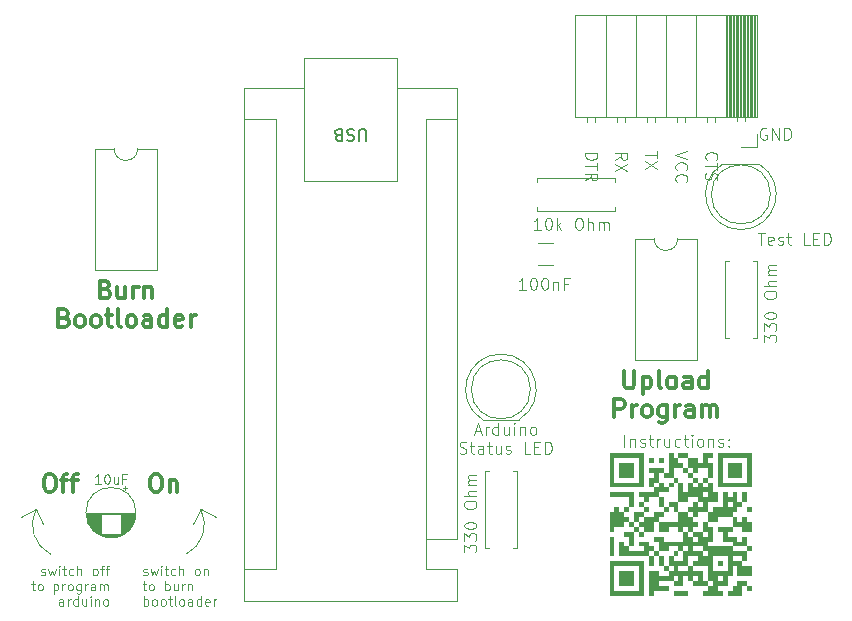
<source format=gbr>
%TF.GenerationSoftware,KiCad,Pcbnew,8.0.6*%
%TF.CreationDate,2024-11-17T16:56:22-06:00*%
%TF.ProjectId,attiny85 programmer,61747469-6e79-4383-9520-70726f677261,rev?*%
%TF.SameCoordinates,Original*%
%TF.FileFunction,Legend,Top*%
%TF.FilePolarity,Positive*%
%FSLAX46Y46*%
G04 Gerber Fmt 4.6, Leading zero omitted, Abs format (unit mm)*
G04 Created by KiCad (PCBNEW 8.0.6) date 2024-11-17 16:56:22*
%MOMM*%
%LPD*%
G01*
G04 APERTURE LIST*
%ADD10C,0.100000*%
%ADD11C,0.300000*%
%ADD12C,0.150000*%
%ADD13C,0.120000*%
%ADD14C,0.000000*%
G04 APERTURE END LIST*
D10*
X118110000Y-115570000D02*
X118745000Y-116840000D01*
X118110000Y-115570000D02*
X116840000Y-116205000D01*
X132080000Y-115570000D02*
G75*
G02*
X130810000Y-119380000I-2540000J-1270000D01*
G01*
X132080000Y-115570000D02*
X131445000Y-116840000D01*
X132080000Y-115570000D02*
X133350000Y-116205000D01*
X119380000Y-119380000D02*
G75*
G02*
X118110000Y-115570000I1270000J2540000D01*
G01*
X155291671Y-108961111D02*
X155767861Y-108961111D01*
X155196433Y-109246826D02*
X155529766Y-108246826D01*
X155529766Y-108246826D02*
X155863099Y-109246826D01*
X156196433Y-109246826D02*
X156196433Y-108580159D01*
X156196433Y-108770635D02*
X156244052Y-108675397D01*
X156244052Y-108675397D02*
X156291671Y-108627778D01*
X156291671Y-108627778D02*
X156386909Y-108580159D01*
X156386909Y-108580159D02*
X156482147Y-108580159D01*
X157244052Y-109246826D02*
X157244052Y-108246826D01*
X157244052Y-109199207D02*
X157148814Y-109246826D01*
X157148814Y-109246826D02*
X156958338Y-109246826D01*
X156958338Y-109246826D02*
X156863100Y-109199207D01*
X156863100Y-109199207D02*
X156815481Y-109151587D01*
X156815481Y-109151587D02*
X156767862Y-109056349D01*
X156767862Y-109056349D02*
X156767862Y-108770635D01*
X156767862Y-108770635D02*
X156815481Y-108675397D01*
X156815481Y-108675397D02*
X156863100Y-108627778D01*
X156863100Y-108627778D02*
X156958338Y-108580159D01*
X156958338Y-108580159D02*
X157148814Y-108580159D01*
X157148814Y-108580159D02*
X157244052Y-108627778D01*
X158148814Y-108580159D02*
X158148814Y-109246826D01*
X157720243Y-108580159D02*
X157720243Y-109103968D01*
X157720243Y-109103968D02*
X157767862Y-109199207D01*
X157767862Y-109199207D02*
X157863100Y-109246826D01*
X157863100Y-109246826D02*
X158005957Y-109246826D01*
X158005957Y-109246826D02*
X158101195Y-109199207D01*
X158101195Y-109199207D02*
X158148814Y-109151587D01*
X158625005Y-109246826D02*
X158625005Y-108580159D01*
X158625005Y-108246826D02*
X158577386Y-108294445D01*
X158577386Y-108294445D02*
X158625005Y-108342064D01*
X158625005Y-108342064D02*
X158672624Y-108294445D01*
X158672624Y-108294445D02*
X158625005Y-108246826D01*
X158625005Y-108246826D02*
X158625005Y-108342064D01*
X159101195Y-108580159D02*
X159101195Y-109246826D01*
X159101195Y-108675397D02*
X159148814Y-108627778D01*
X159148814Y-108627778D02*
X159244052Y-108580159D01*
X159244052Y-108580159D02*
X159386909Y-108580159D01*
X159386909Y-108580159D02*
X159482147Y-108627778D01*
X159482147Y-108627778D02*
X159529766Y-108723016D01*
X159529766Y-108723016D02*
X159529766Y-109246826D01*
X160148814Y-109246826D02*
X160053576Y-109199207D01*
X160053576Y-109199207D02*
X160005957Y-109151587D01*
X160005957Y-109151587D02*
X159958338Y-109056349D01*
X159958338Y-109056349D02*
X159958338Y-108770635D01*
X159958338Y-108770635D02*
X160005957Y-108675397D01*
X160005957Y-108675397D02*
X160053576Y-108627778D01*
X160053576Y-108627778D02*
X160148814Y-108580159D01*
X160148814Y-108580159D02*
X160291671Y-108580159D01*
X160291671Y-108580159D02*
X160386909Y-108627778D01*
X160386909Y-108627778D02*
X160434528Y-108675397D01*
X160434528Y-108675397D02*
X160482147Y-108770635D01*
X160482147Y-108770635D02*
X160482147Y-109056349D01*
X160482147Y-109056349D02*
X160434528Y-109151587D01*
X160434528Y-109151587D02*
X160386909Y-109199207D01*
X160386909Y-109199207D02*
X160291671Y-109246826D01*
X160291671Y-109246826D02*
X160148814Y-109246826D01*
X153982146Y-110809151D02*
X154125003Y-110856770D01*
X154125003Y-110856770D02*
X154363098Y-110856770D01*
X154363098Y-110856770D02*
X154458336Y-110809151D01*
X154458336Y-110809151D02*
X154505955Y-110761531D01*
X154505955Y-110761531D02*
X154553574Y-110666293D01*
X154553574Y-110666293D02*
X154553574Y-110571055D01*
X154553574Y-110571055D02*
X154505955Y-110475817D01*
X154505955Y-110475817D02*
X154458336Y-110428198D01*
X154458336Y-110428198D02*
X154363098Y-110380579D01*
X154363098Y-110380579D02*
X154172622Y-110332960D01*
X154172622Y-110332960D02*
X154077384Y-110285341D01*
X154077384Y-110285341D02*
X154029765Y-110237722D01*
X154029765Y-110237722D02*
X153982146Y-110142484D01*
X153982146Y-110142484D02*
X153982146Y-110047246D01*
X153982146Y-110047246D02*
X154029765Y-109952008D01*
X154029765Y-109952008D02*
X154077384Y-109904389D01*
X154077384Y-109904389D02*
X154172622Y-109856770D01*
X154172622Y-109856770D02*
X154410717Y-109856770D01*
X154410717Y-109856770D02*
X154553574Y-109904389D01*
X154839289Y-110190103D02*
X155220241Y-110190103D01*
X154982146Y-109856770D02*
X154982146Y-110713912D01*
X154982146Y-110713912D02*
X155029765Y-110809151D01*
X155029765Y-110809151D02*
X155125003Y-110856770D01*
X155125003Y-110856770D02*
X155220241Y-110856770D01*
X155982146Y-110856770D02*
X155982146Y-110332960D01*
X155982146Y-110332960D02*
X155934527Y-110237722D01*
X155934527Y-110237722D02*
X155839289Y-110190103D01*
X155839289Y-110190103D02*
X155648813Y-110190103D01*
X155648813Y-110190103D02*
X155553575Y-110237722D01*
X155982146Y-110809151D02*
X155886908Y-110856770D01*
X155886908Y-110856770D02*
X155648813Y-110856770D01*
X155648813Y-110856770D02*
X155553575Y-110809151D01*
X155553575Y-110809151D02*
X155505956Y-110713912D01*
X155505956Y-110713912D02*
X155505956Y-110618674D01*
X155505956Y-110618674D02*
X155553575Y-110523436D01*
X155553575Y-110523436D02*
X155648813Y-110475817D01*
X155648813Y-110475817D02*
X155886908Y-110475817D01*
X155886908Y-110475817D02*
X155982146Y-110428198D01*
X156315480Y-110190103D02*
X156696432Y-110190103D01*
X156458337Y-109856770D02*
X156458337Y-110713912D01*
X156458337Y-110713912D02*
X156505956Y-110809151D01*
X156505956Y-110809151D02*
X156601194Y-110856770D01*
X156601194Y-110856770D02*
X156696432Y-110856770D01*
X157458337Y-110190103D02*
X157458337Y-110856770D01*
X157029766Y-110190103D02*
X157029766Y-110713912D01*
X157029766Y-110713912D02*
X157077385Y-110809151D01*
X157077385Y-110809151D02*
X157172623Y-110856770D01*
X157172623Y-110856770D02*
X157315480Y-110856770D01*
X157315480Y-110856770D02*
X157410718Y-110809151D01*
X157410718Y-110809151D02*
X157458337Y-110761531D01*
X157886909Y-110809151D02*
X157982147Y-110856770D01*
X157982147Y-110856770D02*
X158172623Y-110856770D01*
X158172623Y-110856770D02*
X158267861Y-110809151D01*
X158267861Y-110809151D02*
X158315480Y-110713912D01*
X158315480Y-110713912D02*
X158315480Y-110666293D01*
X158315480Y-110666293D02*
X158267861Y-110571055D01*
X158267861Y-110571055D02*
X158172623Y-110523436D01*
X158172623Y-110523436D02*
X158029766Y-110523436D01*
X158029766Y-110523436D02*
X157934528Y-110475817D01*
X157934528Y-110475817D02*
X157886909Y-110380579D01*
X157886909Y-110380579D02*
X157886909Y-110332960D01*
X157886909Y-110332960D02*
X157934528Y-110237722D01*
X157934528Y-110237722D02*
X158029766Y-110190103D01*
X158029766Y-110190103D02*
X158172623Y-110190103D01*
X158172623Y-110190103D02*
X158267861Y-110237722D01*
X159982147Y-110856770D02*
X159505957Y-110856770D01*
X159505957Y-110856770D02*
X159505957Y-109856770D01*
X160315481Y-110332960D02*
X160648814Y-110332960D01*
X160791671Y-110856770D02*
X160315481Y-110856770D01*
X160315481Y-110856770D02*
X160315481Y-109856770D01*
X160315481Y-109856770D02*
X160791671Y-109856770D01*
X161220243Y-110856770D02*
X161220243Y-109856770D01*
X161220243Y-109856770D02*
X161458338Y-109856770D01*
X161458338Y-109856770D02*
X161601195Y-109904389D01*
X161601195Y-109904389D02*
X161696433Y-109999627D01*
X161696433Y-109999627D02*
X161744052Y-110094865D01*
X161744052Y-110094865D02*
X161791671Y-110285341D01*
X161791671Y-110285341D02*
X161791671Y-110428198D01*
X161791671Y-110428198D02*
X161744052Y-110618674D01*
X161744052Y-110618674D02*
X161696433Y-110713912D01*
X161696433Y-110713912D02*
X161601195Y-110809151D01*
X161601195Y-110809151D02*
X161458338Y-110856770D01*
X161458338Y-110856770D02*
X161220243Y-110856770D01*
X170722580Y-85251027D02*
X170722580Y-85822455D01*
X169722580Y-85536741D02*
X170722580Y-85536741D01*
X170722580Y-86060551D02*
X169722580Y-86727217D01*
X170722580Y-86727217D02*
X169722580Y-86060551D01*
X167182580Y-85965312D02*
X167658771Y-85631979D01*
X167182580Y-85393884D02*
X168182580Y-85393884D01*
X168182580Y-85393884D02*
X168182580Y-85774836D01*
X168182580Y-85774836D02*
X168134961Y-85870074D01*
X168134961Y-85870074D02*
X168087342Y-85917693D01*
X168087342Y-85917693D02*
X167992104Y-85965312D01*
X167992104Y-85965312D02*
X167849247Y-85965312D01*
X167849247Y-85965312D02*
X167754009Y-85917693D01*
X167754009Y-85917693D02*
X167706390Y-85870074D01*
X167706390Y-85870074D02*
X167658771Y-85774836D01*
X167658771Y-85774836D02*
X167658771Y-85393884D01*
X168182580Y-86298646D02*
X167182580Y-86965312D01*
X168182580Y-86965312D02*
X167182580Y-86298646D01*
X154397419Y-119171353D02*
X154397419Y-118552306D01*
X154397419Y-118552306D02*
X154778371Y-118885639D01*
X154778371Y-118885639D02*
X154778371Y-118742782D01*
X154778371Y-118742782D02*
X154825990Y-118647544D01*
X154825990Y-118647544D02*
X154873609Y-118599925D01*
X154873609Y-118599925D02*
X154968847Y-118552306D01*
X154968847Y-118552306D02*
X155206942Y-118552306D01*
X155206942Y-118552306D02*
X155302180Y-118599925D01*
X155302180Y-118599925D02*
X155349800Y-118647544D01*
X155349800Y-118647544D02*
X155397419Y-118742782D01*
X155397419Y-118742782D02*
X155397419Y-119028496D01*
X155397419Y-119028496D02*
X155349800Y-119123734D01*
X155349800Y-119123734D02*
X155302180Y-119171353D01*
X154397419Y-118218972D02*
X154397419Y-117599925D01*
X154397419Y-117599925D02*
X154778371Y-117933258D01*
X154778371Y-117933258D02*
X154778371Y-117790401D01*
X154778371Y-117790401D02*
X154825990Y-117695163D01*
X154825990Y-117695163D02*
X154873609Y-117647544D01*
X154873609Y-117647544D02*
X154968847Y-117599925D01*
X154968847Y-117599925D02*
X155206942Y-117599925D01*
X155206942Y-117599925D02*
X155302180Y-117647544D01*
X155302180Y-117647544D02*
X155349800Y-117695163D01*
X155349800Y-117695163D02*
X155397419Y-117790401D01*
X155397419Y-117790401D02*
X155397419Y-118076115D01*
X155397419Y-118076115D02*
X155349800Y-118171353D01*
X155349800Y-118171353D02*
X155302180Y-118218972D01*
X154397419Y-116980877D02*
X154397419Y-116885639D01*
X154397419Y-116885639D02*
X154445038Y-116790401D01*
X154445038Y-116790401D02*
X154492657Y-116742782D01*
X154492657Y-116742782D02*
X154587895Y-116695163D01*
X154587895Y-116695163D02*
X154778371Y-116647544D01*
X154778371Y-116647544D02*
X155016466Y-116647544D01*
X155016466Y-116647544D02*
X155206942Y-116695163D01*
X155206942Y-116695163D02*
X155302180Y-116742782D01*
X155302180Y-116742782D02*
X155349800Y-116790401D01*
X155349800Y-116790401D02*
X155397419Y-116885639D01*
X155397419Y-116885639D02*
X155397419Y-116980877D01*
X155397419Y-116980877D02*
X155349800Y-117076115D01*
X155349800Y-117076115D02*
X155302180Y-117123734D01*
X155302180Y-117123734D02*
X155206942Y-117171353D01*
X155206942Y-117171353D02*
X155016466Y-117218972D01*
X155016466Y-117218972D02*
X154778371Y-117218972D01*
X154778371Y-117218972D02*
X154587895Y-117171353D01*
X154587895Y-117171353D02*
X154492657Y-117123734D01*
X154492657Y-117123734D02*
X154445038Y-117076115D01*
X154445038Y-117076115D02*
X154397419Y-116980877D01*
X154397419Y-115266591D02*
X154397419Y-115076115D01*
X154397419Y-115076115D02*
X154445038Y-114980877D01*
X154445038Y-114980877D02*
X154540276Y-114885639D01*
X154540276Y-114885639D02*
X154730752Y-114838020D01*
X154730752Y-114838020D02*
X155064085Y-114838020D01*
X155064085Y-114838020D02*
X155254561Y-114885639D01*
X155254561Y-114885639D02*
X155349800Y-114980877D01*
X155349800Y-114980877D02*
X155397419Y-115076115D01*
X155397419Y-115076115D02*
X155397419Y-115266591D01*
X155397419Y-115266591D02*
X155349800Y-115361829D01*
X155349800Y-115361829D02*
X155254561Y-115457067D01*
X155254561Y-115457067D02*
X155064085Y-115504686D01*
X155064085Y-115504686D02*
X154730752Y-115504686D01*
X154730752Y-115504686D02*
X154540276Y-115457067D01*
X154540276Y-115457067D02*
X154445038Y-115361829D01*
X154445038Y-115361829D02*
X154397419Y-115266591D01*
X155397419Y-114409448D02*
X154397419Y-114409448D01*
X155397419Y-113980877D02*
X154873609Y-113980877D01*
X154873609Y-113980877D02*
X154778371Y-114028496D01*
X154778371Y-114028496D02*
X154730752Y-114123734D01*
X154730752Y-114123734D02*
X154730752Y-114266591D01*
X154730752Y-114266591D02*
X154778371Y-114361829D01*
X154778371Y-114361829D02*
X154825990Y-114409448D01*
X155397419Y-113504686D02*
X154730752Y-113504686D01*
X154825990Y-113504686D02*
X154778371Y-113457067D01*
X154778371Y-113457067D02*
X154730752Y-113361829D01*
X154730752Y-113361829D02*
X154730752Y-113218972D01*
X154730752Y-113218972D02*
X154778371Y-113123734D01*
X154778371Y-113123734D02*
X154873609Y-113076115D01*
X154873609Y-113076115D02*
X155397419Y-113076115D01*
X154873609Y-113076115D02*
X154778371Y-113028496D01*
X154778371Y-113028496D02*
X154730752Y-112933258D01*
X154730752Y-112933258D02*
X154730752Y-112790401D01*
X154730752Y-112790401D02*
X154778371Y-112695162D01*
X154778371Y-112695162D02*
X154873609Y-112647543D01*
X154873609Y-112647543D02*
X155397419Y-112647543D01*
X123602856Y-113394895D02*
X123145713Y-113394895D01*
X123374285Y-113394895D02*
X123374285Y-112594895D01*
X123374285Y-112594895D02*
X123298094Y-112709180D01*
X123298094Y-112709180D02*
X123221904Y-112785371D01*
X123221904Y-112785371D02*
X123145713Y-112823466D01*
X124098095Y-112594895D02*
X124174285Y-112594895D01*
X124174285Y-112594895D02*
X124250476Y-112632990D01*
X124250476Y-112632990D02*
X124288571Y-112671085D01*
X124288571Y-112671085D02*
X124326666Y-112747276D01*
X124326666Y-112747276D02*
X124364761Y-112899657D01*
X124364761Y-112899657D02*
X124364761Y-113090133D01*
X124364761Y-113090133D02*
X124326666Y-113242514D01*
X124326666Y-113242514D02*
X124288571Y-113318704D01*
X124288571Y-113318704D02*
X124250476Y-113356800D01*
X124250476Y-113356800D02*
X124174285Y-113394895D01*
X124174285Y-113394895D02*
X124098095Y-113394895D01*
X124098095Y-113394895D02*
X124021904Y-113356800D01*
X124021904Y-113356800D02*
X123983809Y-113318704D01*
X123983809Y-113318704D02*
X123945714Y-113242514D01*
X123945714Y-113242514D02*
X123907618Y-113090133D01*
X123907618Y-113090133D02*
X123907618Y-112899657D01*
X123907618Y-112899657D02*
X123945714Y-112747276D01*
X123945714Y-112747276D02*
X123983809Y-112671085D01*
X123983809Y-112671085D02*
X124021904Y-112632990D01*
X124021904Y-112632990D02*
X124098095Y-112594895D01*
X125050476Y-112861561D02*
X125050476Y-113394895D01*
X124707619Y-112861561D02*
X124707619Y-113280609D01*
X124707619Y-113280609D02*
X124745714Y-113356800D01*
X124745714Y-113356800D02*
X124821904Y-113394895D01*
X124821904Y-113394895D02*
X124936190Y-113394895D01*
X124936190Y-113394895D02*
X125012381Y-113356800D01*
X125012381Y-113356800D02*
X125050476Y-113318704D01*
X125698095Y-112975847D02*
X125431429Y-112975847D01*
X125431429Y-113394895D02*
X125431429Y-112594895D01*
X125431429Y-112594895D02*
X125812381Y-112594895D01*
X167943884Y-110262419D02*
X167943884Y-109262419D01*
X168420074Y-109595752D02*
X168420074Y-110262419D01*
X168420074Y-109690990D02*
X168467693Y-109643371D01*
X168467693Y-109643371D02*
X168562931Y-109595752D01*
X168562931Y-109595752D02*
X168705788Y-109595752D01*
X168705788Y-109595752D02*
X168801026Y-109643371D01*
X168801026Y-109643371D02*
X168848645Y-109738609D01*
X168848645Y-109738609D02*
X168848645Y-110262419D01*
X169277217Y-110214800D02*
X169372455Y-110262419D01*
X169372455Y-110262419D02*
X169562931Y-110262419D01*
X169562931Y-110262419D02*
X169658169Y-110214800D01*
X169658169Y-110214800D02*
X169705788Y-110119561D01*
X169705788Y-110119561D02*
X169705788Y-110071942D01*
X169705788Y-110071942D02*
X169658169Y-109976704D01*
X169658169Y-109976704D02*
X169562931Y-109929085D01*
X169562931Y-109929085D02*
X169420074Y-109929085D01*
X169420074Y-109929085D02*
X169324836Y-109881466D01*
X169324836Y-109881466D02*
X169277217Y-109786228D01*
X169277217Y-109786228D02*
X169277217Y-109738609D01*
X169277217Y-109738609D02*
X169324836Y-109643371D01*
X169324836Y-109643371D02*
X169420074Y-109595752D01*
X169420074Y-109595752D02*
X169562931Y-109595752D01*
X169562931Y-109595752D02*
X169658169Y-109643371D01*
X169991503Y-109595752D02*
X170372455Y-109595752D01*
X170134360Y-109262419D02*
X170134360Y-110119561D01*
X170134360Y-110119561D02*
X170181979Y-110214800D01*
X170181979Y-110214800D02*
X170277217Y-110262419D01*
X170277217Y-110262419D02*
X170372455Y-110262419D01*
X170705789Y-110262419D02*
X170705789Y-109595752D01*
X170705789Y-109786228D02*
X170753408Y-109690990D01*
X170753408Y-109690990D02*
X170801027Y-109643371D01*
X170801027Y-109643371D02*
X170896265Y-109595752D01*
X170896265Y-109595752D02*
X170991503Y-109595752D01*
X171753408Y-109595752D02*
X171753408Y-110262419D01*
X171324837Y-109595752D02*
X171324837Y-110119561D01*
X171324837Y-110119561D02*
X171372456Y-110214800D01*
X171372456Y-110214800D02*
X171467694Y-110262419D01*
X171467694Y-110262419D02*
X171610551Y-110262419D01*
X171610551Y-110262419D02*
X171705789Y-110214800D01*
X171705789Y-110214800D02*
X171753408Y-110167180D01*
X172658170Y-110214800D02*
X172562932Y-110262419D01*
X172562932Y-110262419D02*
X172372456Y-110262419D01*
X172372456Y-110262419D02*
X172277218Y-110214800D01*
X172277218Y-110214800D02*
X172229599Y-110167180D01*
X172229599Y-110167180D02*
X172181980Y-110071942D01*
X172181980Y-110071942D02*
X172181980Y-109786228D01*
X172181980Y-109786228D02*
X172229599Y-109690990D01*
X172229599Y-109690990D02*
X172277218Y-109643371D01*
X172277218Y-109643371D02*
X172372456Y-109595752D01*
X172372456Y-109595752D02*
X172562932Y-109595752D01*
X172562932Y-109595752D02*
X172658170Y-109643371D01*
X172943885Y-109595752D02*
X173324837Y-109595752D01*
X173086742Y-109262419D02*
X173086742Y-110119561D01*
X173086742Y-110119561D02*
X173134361Y-110214800D01*
X173134361Y-110214800D02*
X173229599Y-110262419D01*
X173229599Y-110262419D02*
X173324837Y-110262419D01*
X173658171Y-110262419D02*
X173658171Y-109595752D01*
X173658171Y-109262419D02*
X173610552Y-109310038D01*
X173610552Y-109310038D02*
X173658171Y-109357657D01*
X173658171Y-109357657D02*
X173705790Y-109310038D01*
X173705790Y-109310038D02*
X173658171Y-109262419D01*
X173658171Y-109262419D02*
X173658171Y-109357657D01*
X174277218Y-110262419D02*
X174181980Y-110214800D01*
X174181980Y-110214800D02*
X174134361Y-110167180D01*
X174134361Y-110167180D02*
X174086742Y-110071942D01*
X174086742Y-110071942D02*
X174086742Y-109786228D01*
X174086742Y-109786228D02*
X174134361Y-109690990D01*
X174134361Y-109690990D02*
X174181980Y-109643371D01*
X174181980Y-109643371D02*
X174277218Y-109595752D01*
X174277218Y-109595752D02*
X174420075Y-109595752D01*
X174420075Y-109595752D02*
X174515313Y-109643371D01*
X174515313Y-109643371D02*
X174562932Y-109690990D01*
X174562932Y-109690990D02*
X174610551Y-109786228D01*
X174610551Y-109786228D02*
X174610551Y-110071942D01*
X174610551Y-110071942D02*
X174562932Y-110167180D01*
X174562932Y-110167180D02*
X174515313Y-110214800D01*
X174515313Y-110214800D02*
X174420075Y-110262419D01*
X174420075Y-110262419D02*
X174277218Y-110262419D01*
X175039123Y-109595752D02*
X175039123Y-110262419D01*
X175039123Y-109690990D02*
X175086742Y-109643371D01*
X175086742Y-109643371D02*
X175181980Y-109595752D01*
X175181980Y-109595752D02*
X175324837Y-109595752D01*
X175324837Y-109595752D02*
X175420075Y-109643371D01*
X175420075Y-109643371D02*
X175467694Y-109738609D01*
X175467694Y-109738609D02*
X175467694Y-110262419D01*
X175896266Y-110214800D02*
X175991504Y-110262419D01*
X175991504Y-110262419D02*
X176181980Y-110262419D01*
X176181980Y-110262419D02*
X176277218Y-110214800D01*
X176277218Y-110214800D02*
X176324837Y-110119561D01*
X176324837Y-110119561D02*
X176324837Y-110071942D01*
X176324837Y-110071942D02*
X176277218Y-109976704D01*
X176277218Y-109976704D02*
X176181980Y-109929085D01*
X176181980Y-109929085D02*
X176039123Y-109929085D01*
X176039123Y-109929085D02*
X175943885Y-109881466D01*
X175943885Y-109881466D02*
X175896266Y-109786228D01*
X175896266Y-109786228D02*
X175896266Y-109738609D01*
X175896266Y-109738609D02*
X175943885Y-109643371D01*
X175943885Y-109643371D02*
X176039123Y-109595752D01*
X176039123Y-109595752D02*
X176181980Y-109595752D01*
X176181980Y-109595752D02*
X176277218Y-109643371D01*
X176753409Y-110167180D02*
X176801028Y-110214800D01*
X176801028Y-110214800D02*
X176753409Y-110262419D01*
X176753409Y-110262419D02*
X176705790Y-110214800D01*
X176705790Y-110214800D02*
X176753409Y-110167180D01*
X176753409Y-110167180D02*
X176753409Y-110262419D01*
X176753409Y-109643371D02*
X176801028Y-109690990D01*
X176801028Y-109690990D02*
X176753409Y-109738609D01*
X176753409Y-109738609D02*
X176705790Y-109690990D01*
X176705790Y-109690990D02*
X176753409Y-109643371D01*
X176753409Y-109643371D02*
X176753409Y-109738609D01*
D11*
X124015714Y-96930198D02*
X124230000Y-97001626D01*
X124230000Y-97001626D02*
X124301429Y-97073055D01*
X124301429Y-97073055D02*
X124372857Y-97215912D01*
X124372857Y-97215912D02*
X124372857Y-97430198D01*
X124372857Y-97430198D02*
X124301429Y-97573055D01*
X124301429Y-97573055D02*
X124230000Y-97644484D01*
X124230000Y-97644484D02*
X124087143Y-97715912D01*
X124087143Y-97715912D02*
X123515714Y-97715912D01*
X123515714Y-97715912D02*
X123515714Y-96215912D01*
X123515714Y-96215912D02*
X124015714Y-96215912D01*
X124015714Y-96215912D02*
X124158572Y-96287341D01*
X124158572Y-96287341D02*
X124230000Y-96358769D01*
X124230000Y-96358769D02*
X124301429Y-96501626D01*
X124301429Y-96501626D02*
X124301429Y-96644484D01*
X124301429Y-96644484D02*
X124230000Y-96787341D01*
X124230000Y-96787341D02*
X124158572Y-96858769D01*
X124158572Y-96858769D02*
X124015714Y-96930198D01*
X124015714Y-96930198D02*
X123515714Y-96930198D01*
X125658572Y-96715912D02*
X125658572Y-97715912D01*
X125015714Y-96715912D02*
X125015714Y-97501626D01*
X125015714Y-97501626D02*
X125087143Y-97644484D01*
X125087143Y-97644484D02*
X125230000Y-97715912D01*
X125230000Y-97715912D02*
X125444286Y-97715912D01*
X125444286Y-97715912D02*
X125587143Y-97644484D01*
X125587143Y-97644484D02*
X125658572Y-97573055D01*
X126372857Y-97715912D02*
X126372857Y-96715912D01*
X126372857Y-97001626D02*
X126444286Y-96858769D01*
X126444286Y-96858769D02*
X126515715Y-96787341D01*
X126515715Y-96787341D02*
X126658572Y-96715912D01*
X126658572Y-96715912D02*
X126801429Y-96715912D01*
X127301428Y-96715912D02*
X127301428Y-97715912D01*
X127301428Y-96858769D02*
X127372857Y-96787341D01*
X127372857Y-96787341D02*
X127515714Y-96715912D01*
X127515714Y-96715912D02*
X127730000Y-96715912D01*
X127730000Y-96715912D02*
X127872857Y-96787341D01*
X127872857Y-96787341D02*
X127944286Y-96930198D01*
X127944286Y-96930198D02*
X127944286Y-97715912D01*
X120515714Y-99345114D02*
X120730000Y-99416542D01*
X120730000Y-99416542D02*
X120801429Y-99487971D01*
X120801429Y-99487971D02*
X120872857Y-99630828D01*
X120872857Y-99630828D02*
X120872857Y-99845114D01*
X120872857Y-99845114D02*
X120801429Y-99987971D01*
X120801429Y-99987971D02*
X120730000Y-100059400D01*
X120730000Y-100059400D02*
X120587143Y-100130828D01*
X120587143Y-100130828D02*
X120015714Y-100130828D01*
X120015714Y-100130828D02*
X120015714Y-98630828D01*
X120015714Y-98630828D02*
X120515714Y-98630828D01*
X120515714Y-98630828D02*
X120658572Y-98702257D01*
X120658572Y-98702257D02*
X120730000Y-98773685D01*
X120730000Y-98773685D02*
X120801429Y-98916542D01*
X120801429Y-98916542D02*
X120801429Y-99059400D01*
X120801429Y-99059400D02*
X120730000Y-99202257D01*
X120730000Y-99202257D02*
X120658572Y-99273685D01*
X120658572Y-99273685D02*
X120515714Y-99345114D01*
X120515714Y-99345114D02*
X120015714Y-99345114D01*
X121730000Y-100130828D02*
X121587143Y-100059400D01*
X121587143Y-100059400D02*
X121515714Y-99987971D01*
X121515714Y-99987971D02*
X121444286Y-99845114D01*
X121444286Y-99845114D02*
X121444286Y-99416542D01*
X121444286Y-99416542D02*
X121515714Y-99273685D01*
X121515714Y-99273685D02*
X121587143Y-99202257D01*
X121587143Y-99202257D02*
X121730000Y-99130828D01*
X121730000Y-99130828D02*
X121944286Y-99130828D01*
X121944286Y-99130828D02*
X122087143Y-99202257D01*
X122087143Y-99202257D02*
X122158572Y-99273685D01*
X122158572Y-99273685D02*
X122230000Y-99416542D01*
X122230000Y-99416542D02*
X122230000Y-99845114D01*
X122230000Y-99845114D02*
X122158572Y-99987971D01*
X122158572Y-99987971D02*
X122087143Y-100059400D01*
X122087143Y-100059400D02*
X121944286Y-100130828D01*
X121944286Y-100130828D02*
X121730000Y-100130828D01*
X123087143Y-100130828D02*
X122944286Y-100059400D01*
X122944286Y-100059400D02*
X122872857Y-99987971D01*
X122872857Y-99987971D02*
X122801429Y-99845114D01*
X122801429Y-99845114D02*
X122801429Y-99416542D01*
X122801429Y-99416542D02*
X122872857Y-99273685D01*
X122872857Y-99273685D02*
X122944286Y-99202257D01*
X122944286Y-99202257D02*
X123087143Y-99130828D01*
X123087143Y-99130828D02*
X123301429Y-99130828D01*
X123301429Y-99130828D02*
X123444286Y-99202257D01*
X123444286Y-99202257D02*
X123515715Y-99273685D01*
X123515715Y-99273685D02*
X123587143Y-99416542D01*
X123587143Y-99416542D02*
X123587143Y-99845114D01*
X123587143Y-99845114D02*
X123515715Y-99987971D01*
X123515715Y-99987971D02*
X123444286Y-100059400D01*
X123444286Y-100059400D02*
X123301429Y-100130828D01*
X123301429Y-100130828D02*
X123087143Y-100130828D01*
X124015715Y-99130828D02*
X124587143Y-99130828D01*
X124230000Y-98630828D02*
X124230000Y-99916542D01*
X124230000Y-99916542D02*
X124301429Y-100059400D01*
X124301429Y-100059400D02*
X124444286Y-100130828D01*
X124444286Y-100130828D02*
X124587143Y-100130828D01*
X125301429Y-100130828D02*
X125158572Y-100059400D01*
X125158572Y-100059400D02*
X125087143Y-99916542D01*
X125087143Y-99916542D02*
X125087143Y-98630828D01*
X126087143Y-100130828D02*
X125944286Y-100059400D01*
X125944286Y-100059400D02*
X125872857Y-99987971D01*
X125872857Y-99987971D02*
X125801429Y-99845114D01*
X125801429Y-99845114D02*
X125801429Y-99416542D01*
X125801429Y-99416542D02*
X125872857Y-99273685D01*
X125872857Y-99273685D02*
X125944286Y-99202257D01*
X125944286Y-99202257D02*
X126087143Y-99130828D01*
X126087143Y-99130828D02*
X126301429Y-99130828D01*
X126301429Y-99130828D02*
X126444286Y-99202257D01*
X126444286Y-99202257D02*
X126515715Y-99273685D01*
X126515715Y-99273685D02*
X126587143Y-99416542D01*
X126587143Y-99416542D02*
X126587143Y-99845114D01*
X126587143Y-99845114D02*
X126515715Y-99987971D01*
X126515715Y-99987971D02*
X126444286Y-100059400D01*
X126444286Y-100059400D02*
X126301429Y-100130828D01*
X126301429Y-100130828D02*
X126087143Y-100130828D01*
X127872858Y-100130828D02*
X127872858Y-99345114D01*
X127872858Y-99345114D02*
X127801429Y-99202257D01*
X127801429Y-99202257D02*
X127658572Y-99130828D01*
X127658572Y-99130828D02*
X127372858Y-99130828D01*
X127372858Y-99130828D02*
X127230000Y-99202257D01*
X127872858Y-100059400D02*
X127730000Y-100130828D01*
X127730000Y-100130828D02*
X127372858Y-100130828D01*
X127372858Y-100130828D02*
X127230000Y-100059400D01*
X127230000Y-100059400D02*
X127158572Y-99916542D01*
X127158572Y-99916542D02*
X127158572Y-99773685D01*
X127158572Y-99773685D02*
X127230000Y-99630828D01*
X127230000Y-99630828D02*
X127372858Y-99559400D01*
X127372858Y-99559400D02*
X127730000Y-99559400D01*
X127730000Y-99559400D02*
X127872858Y-99487971D01*
X129230001Y-100130828D02*
X129230001Y-98630828D01*
X129230001Y-100059400D02*
X129087143Y-100130828D01*
X129087143Y-100130828D02*
X128801429Y-100130828D01*
X128801429Y-100130828D02*
X128658572Y-100059400D01*
X128658572Y-100059400D02*
X128587143Y-99987971D01*
X128587143Y-99987971D02*
X128515715Y-99845114D01*
X128515715Y-99845114D02*
X128515715Y-99416542D01*
X128515715Y-99416542D02*
X128587143Y-99273685D01*
X128587143Y-99273685D02*
X128658572Y-99202257D01*
X128658572Y-99202257D02*
X128801429Y-99130828D01*
X128801429Y-99130828D02*
X129087143Y-99130828D01*
X129087143Y-99130828D02*
X129230001Y-99202257D01*
X130515715Y-100059400D02*
X130372858Y-100130828D01*
X130372858Y-100130828D02*
X130087144Y-100130828D01*
X130087144Y-100130828D02*
X129944286Y-100059400D01*
X129944286Y-100059400D02*
X129872858Y-99916542D01*
X129872858Y-99916542D02*
X129872858Y-99345114D01*
X129872858Y-99345114D02*
X129944286Y-99202257D01*
X129944286Y-99202257D02*
X130087144Y-99130828D01*
X130087144Y-99130828D02*
X130372858Y-99130828D01*
X130372858Y-99130828D02*
X130515715Y-99202257D01*
X130515715Y-99202257D02*
X130587144Y-99345114D01*
X130587144Y-99345114D02*
X130587144Y-99487971D01*
X130587144Y-99487971D02*
X129872858Y-99630828D01*
X131230000Y-100130828D02*
X131230000Y-99130828D01*
X131230000Y-99416542D02*
X131301429Y-99273685D01*
X131301429Y-99273685D02*
X131372858Y-99202257D01*
X131372858Y-99202257D02*
X131515715Y-99130828D01*
X131515715Y-99130828D02*
X131658572Y-99130828D01*
D10*
X160847693Y-91897419D02*
X160276265Y-91897419D01*
X160561979Y-91897419D02*
X160561979Y-90897419D01*
X160561979Y-90897419D02*
X160466741Y-91040276D01*
X160466741Y-91040276D02*
X160371503Y-91135514D01*
X160371503Y-91135514D02*
X160276265Y-91183133D01*
X161466741Y-90897419D02*
X161561979Y-90897419D01*
X161561979Y-90897419D02*
X161657217Y-90945038D01*
X161657217Y-90945038D02*
X161704836Y-90992657D01*
X161704836Y-90992657D02*
X161752455Y-91087895D01*
X161752455Y-91087895D02*
X161800074Y-91278371D01*
X161800074Y-91278371D02*
X161800074Y-91516466D01*
X161800074Y-91516466D02*
X161752455Y-91706942D01*
X161752455Y-91706942D02*
X161704836Y-91802180D01*
X161704836Y-91802180D02*
X161657217Y-91849800D01*
X161657217Y-91849800D02*
X161561979Y-91897419D01*
X161561979Y-91897419D02*
X161466741Y-91897419D01*
X161466741Y-91897419D02*
X161371503Y-91849800D01*
X161371503Y-91849800D02*
X161323884Y-91802180D01*
X161323884Y-91802180D02*
X161276265Y-91706942D01*
X161276265Y-91706942D02*
X161228646Y-91516466D01*
X161228646Y-91516466D02*
X161228646Y-91278371D01*
X161228646Y-91278371D02*
X161276265Y-91087895D01*
X161276265Y-91087895D02*
X161323884Y-90992657D01*
X161323884Y-90992657D02*
X161371503Y-90945038D01*
X161371503Y-90945038D02*
X161466741Y-90897419D01*
X162228646Y-91897419D02*
X162228646Y-90897419D01*
X162323884Y-91516466D02*
X162609598Y-91897419D01*
X162609598Y-91230752D02*
X162228646Y-91611704D01*
X163990551Y-90897419D02*
X164181027Y-90897419D01*
X164181027Y-90897419D02*
X164276265Y-90945038D01*
X164276265Y-90945038D02*
X164371503Y-91040276D01*
X164371503Y-91040276D02*
X164419122Y-91230752D01*
X164419122Y-91230752D02*
X164419122Y-91564085D01*
X164419122Y-91564085D02*
X164371503Y-91754561D01*
X164371503Y-91754561D02*
X164276265Y-91849800D01*
X164276265Y-91849800D02*
X164181027Y-91897419D01*
X164181027Y-91897419D02*
X163990551Y-91897419D01*
X163990551Y-91897419D02*
X163895313Y-91849800D01*
X163895313Y-91849800D02*
X163800075Y-91754561D01*
X163800075Y-91754561D02*
X163752456Y-91564085D01*
X163752456Y-91564085D02*
X163752456Y-91230752D01*
X163752456Y-91230752D02*
X163800075Y-91040276D01*
X163800075Y-91040276D02*
X163895313Y-90945038D01*
X163895313Y-90945038D02*
X163990551Y-90897419D01*
X164847694Y-91897419D02*
X164847694Y-90897419D01*
X165276265Y-91897419D02*
X165276265Y-91373609D01*
X165276265Y-91373609D02*
X165228646Y-91278371D01*
X165228646Y-91278371D02*
X165133408Y-91230752D01*
X165133408Y-91230752D02*
X164990551Y-91230752D01*
X164990551Y-91230752D02*
X164895313Y-91278371D01*
X164895313Y-91278371D02*
X164847694Y-91325990D01*
X165752456Y-91897419D02*
X165752456Y-91230752D01*
X165752456Y-91325990D02*
X165800075Y-91278371D01*
X165800075Y-91278371D02*
X165895313Y-91230752D01*
X165895313Y-91230752D02*
X166038170Y-91230752D01*
X166038170Y-91230752D02*
X166133408Y-91278371D01*
X166133408Y-91278371D02*
X166181027Y-91373609D01*
X166181027Y-91373609D02*
X166181027Y-91897419D01*
X166181027Y-91373609D02*
X166228646Y-91278371D01*
X166228646Y-91278371D02*
X166323884Y-91230752D01*
X166323884Y-91230752D02*
X166466741Y-91230752D01*
X166466741Y-91230752D02*
X166561980Y-91278371D01*
X166561980Y-91278371D02*
X166609599Y-91373609D01*
X166609599Y-91373609D02*
X166609599Y-91897419D01*
X179231027Y-92167419D02*
X179802455Y-92167419D01*
X179516741Y-93167419D02*
X179516741Y-92167419D01*
X180516741Y-93119800D02*
X180421503Y-93167419D01*
X180421503Y-93167419D02*
X180231027Y-93167419D01*
X180231027Y-93167419D02*
X180135789Y-93119800D01*
X180135789Y-93119800D02*
X180088170Y-93024561D01*
X180088170Y-93024561D02*
X180088170Y-92643609D01*
X180088170Y-92643609D02*
X180135789Y-92548371D01*
X180135789Y-92548371D02*
X180231027Y-92500752D01*
X180231027Y-92500752D02*
X180421503Y-92500752D01*
X180421503Y-92500752D02*
X180516741Y-92548371D01*
X180516741Y-92548371D02*
X180564360Y-92643609D01*
X180564360Y-92643609D02*
X180564360Y-92738847D01*
X180564360Y-92738847D02*
X180088170Y-92834085D01*
X180945313Y-93119800D02*
X181040551Y-93167419D01*
X181040551Y-93167419D02*
X181231027Y-93167419D01*
X181231027Y-93167419D02*
X181326265Y-93119800D01*
X181326265Y-93119800D02*
X181373884Y-93024561D01*
X181373884Y-93024561D02*
X181373884Y-92976942D01*
X181373884Y-92976942D02*
X181326265Y-92881704D01*
X181326265Y-92881704D02*
X181231027Y-92834085D01*
X181231027Y-92834085D02*
X181088170Y-92834085D01*
X181088170Y-92834085D02*
X180992932Y-92786466D01*
X180992932Y-92786466D02*
X180945313Y-92691228D01*
X180945313Y-92691228D02*
X180945313Y-92643609D01*
X180945313Y-92643609D02*
X180992932Y-92548371D01*
X180992932Y-92548371D02*
X181088170Y-92500752D01*
X181088170Y-92500752D02*
X181231027Y-92500752D01*
X181231027Y-92500752D02*
X181326265Y-92548371D01*
X181659599Y-92500752D02*
X182040551Y-92500752D01*
X181802456Y-92167419D02*
X181802456Y-93024561D01*
X181802456Y-93024561D02*
X181850075Y-93119800D01*
X181850075Y-93119800D02*
X181945313Y-93167419D01*
X181945313Y-93167419D02*
X182040551Y-93167419D01*
X183611980Y-93167419D02*
X183135790Y-93167419D01*
X183135790Y-93167419D02*
X183135790Y-92167419D01*
X183945314Y-92643609D02*
X184278647Y-92643609D01*
X184421504Y-93167419D02*
X183945314Y-93167419D01*
X183945314Y-93167419D02*
X183945314Y-92167419D01*
X183945314Y-92167419D02*
X184421504Y-92167419D01*
X184850076Y-93167419D02*
X184850076Y-92167419D01*
X184850076Y-92167419D02*
X185088171Y-92167419D01*
X185088171Y-92167419D02*
X185231028Y-92215038D01*
X185231028Y-92215038D02*
X185326266Y-92310276D01*
X185326266Y-92310276D02*
X185373885Y-92405514D01*
X185373885Y-92405514D02*
X185421504Y-92595990D01*
X185421504Y-92595990D02*
X185421504Y-92738847D01*
X185421504Y-92738847D02*
X185373885Y-92929323D01*
X185373885Y-92929323D02*
X185326266Y-93024561D01*
X185326266Y-93024561D02*
X185231028Y-93119800D01*
X185231028Y-93119800D02*
X185088171Y-93167419D01*
X185088171Y-93167419D02*
X184850076Y-93167419D01*
X159577693Y-96977419D02*
X159006265Y-96977419D01*
X159291979Y-96977419D02*
X159291979Y-95977419D01*
X159291979Y-95977419D02*
X159196741Y-96120276D01*
X159196741Y-96120276D02*
X159101503Y-96215514D01*
X159101503Y-96215514D02*
X159006265Y-96263133D01*
X160196741Y-95977419D02*
X160291979Y-95977419D01*
X160291979Y-95977419D02*
X160387217Y-96025038D01*
X160387217Y-96025038D02*
X160434836Y-96072657D01*
X160434836Y-96072657D02*
X160482455Y-96167895D01*
X160482455Y-96167895D02*
X160530074Y-96358371D01*
X160530074Y-96358371D02*
X160530074Y-96596466D01*
X160530074Y-96596466D02*
X160482455Y-96786942D01*
X160482455Y-96786942D02*
X160434836Y-96882180D01*
X160434836Y-96882180D02*
X160387217Y-96929800D01*
X160387217Y-96929800D02*
X160291979Y-96977419D01*
X160291979Y-96977419D02*
X160196741Y-96977419D01*
X160196741Y-96977419D02*
X160101503Y-96929800D01*
X160101503Y-96929800D02*
X160053884Y-96882180D01*
X160053884Y-96882180D02*
X160006265Y-96786942D01*
X160006265Y-96786942D02*
X159958646Y-96596466D01*
X159958646Y-96596466D02*
X159958646Y-96358371D01*
X159958646Y-96358371D02*
X160006265Y-96167895D01*
X160006265Y-96167895D02*
X160053884Y-96072657D01*
X160053884Y-96072657D02*
X160101503Y-96025038D01*
X160101503Y-96025038D02*
X160196741Y-95977419D01*
X161149122Y-95977419D02*
X161244360Y-95977419D01*
X161244360Y-95977419D02*
X161339598Y-96025038D01*
X161339598Y-96025038D02*
X161387217Y-96072657D01*
X161387217Y-96072657D02*
X161434836Y-96167895D01*
X161434836Y-96167895D02*
X161482455Y-96358371D01*
X161482455Y-96358371D02*
X161482455Y-96596466D01*
X161482455Y-96596466D02*
X161434836Y-96786942D01*
X161434836Y-96786942D02*
X161387217Y-96882180D01*
X161387217Y-96882180D02*
X161339598Y-96929800D01*
X161339598Y-96929800D02*
X161244360Y-96977419D01*
X161244360Y-96977419D02*
X161149122Y-96977419D01*
X161149122Y-96977419D02*
X161053884Y-96929800D01*
X161053884Y-96929800D02*
X161006265Y-96882180D01*
X161006265Y-96882180D02*
X160958646Y-96786942D01*
X160958646Y-96786942D02*
X160911027Y-96596466D01*
X160911027Y-96596466D02*
X160911027Y-96358371D01*
X160911027Y-96358371D02*
X160958646Y-96167895D01*
X160958646Y-96167895D02*
X161006265Y-96072657D01*
X161006265Y-96072657D02*
X161053884Y-96025038D01*
X161053884Y-96025038D02*
X161149122Y-95977419D01*
X161911027Y-96310752D02*
X161911027Y-96977419D01*
X161911027Y-96405990D02*
X161958646Y-96358371D01*
X161958646Y-96358371D02*
X162053884Y-96310752D01*
X162053884Y-96310752D02*
X162196741Y-96310752D01*
X162196741Y-96310752D02*
X162291979Y-96358371D01*
X162291979Y-96358371D02*
X162339598Y-96453609D01*
X162339598Y-96453609D02*
X162339598Y-96977419D01*
X163149122Y-96453609D02*
X162815789Y-96453609D01*
X162815789Y-96977419D02*
X162815789Y-95977419D01*
X162815789Y-95977419D02*
X163291979Y-95977419D01*
X127218169Y-121107890D02*
X127294360Y-121145985D01*
X127294360Y-121145985D02*
X127446741Y-121145985D01*
X127446741Y-121145985D02*
X127522931Y-121107890D01*
X127522931Y-121107890D02*
X127561027Y-121031699D01*
X127561027Y-121031699D02*
X127561027Y-120993604D01*
X127561027Y-120993604D02*
X127522931Y-120917413D01*
X127522931Y-120917413D02*
X127446741Y-120879318D01*
X127446741Y-120879318D02*
X127332455Y-120879318D01*
X127332455Y-120879318D02*
X127256265Y-120841223D01*
X127256265Y-120841223D02*
X127218169Y-120765032D01*
X127218169Y-120765032D02*
X127218169Y-120726937D01*
X127218169Y-120726937D02*
X127256265Y-120650747D01*
X127256265Y-120650747D02*
X127332455Y-120612651D01*
X127332455Y-120612651D02*
X127446741Y-120612651D01*
X127446741Y-120612651D02*
X127522931Y-120650747D01*
X127827693Y-120612651D02*
X127980074Y-121145985D01*
X127980074Y-121145985D02*
X128132455Y-120765032D01*
X128132455Y-120765032D02*
X128284836Y-121145985D01*
X128284836Y-121145985D02*
X128437217Y-120612651D01*
X128741979Y-121145985D02*
X128741979Y-120612651D01*
X128741979Y-120345985D02*
X128703883Y-120384080D01*
X128703883Y-120384080D02*
X128741979Y-120422175D01*
X128741979Y-120422175D02*
X128780074Y-120384080D01*
X128780074Y-120384080D02*
X128741979Y-120345985D01*
X128741979Y-120345985D02*
X128741979Y-120422175D01*
X129008645Y-120612651D02*
X129313407Y-120612651D01*
X129122931Y-120345985D02*
X129122931Y-121031699D01*
X129122931Y-121031699D02*
X129161026Y-121107890D01*
X129161026Y-121107890D02*
X129237216Y-121145985D01*
X129237216Y-121145985D02*
X129313407Y-121145985D01*
X129922931Y-121107890D02*
X129846740Y-121145985D01*
X129846740Y-121145985D02*
X129694359Y-121145985D01*
X129694359Y-121145985D02*
X129618169Y-121107890D01*
X129618169Y-121107890D02*
X129580074Y-121069794D01*
X129580074Y-121069794D02*
X129541978Y-120993604D01*
X129541978Y-120993604D02*
X129541978Y-120765032D01*
X129541978Y-120765032D02*
X129580074Y-120688842D01*
X129580074Y-120688842D02*
X129618169Y-120650747D01*
X129618169Y-120650747D02*
X129694359Y-120612651D01*
X129694359Y-120612651D02*
X129846740Y-120612651D01*
X129846740Y-120612651D02*
X129922931Y-120650747D01*
X130265788Y-121145985D02*
X130265788Y-120345985D01*
X130608645Y-121145985D02*
X130608645Y-120726937D01*
X130608645Y-120726937D02*
X130570550Y-120650747D01*
X130570550Y-120650747D02*
X130494359Y-120612651D01*
X130494359Y-120612651D02*
X130380073Y-120612651D01*
X130380073Y-120612651D02*
X130303883Y-120650747D01*
X130303883Y-120650747D02*
X130265788Y-120688842D01*
X131713407Y-121145985D02*
X131637217Y-121107890D01*
X131637217Y-121107890D02*
X131599122Y-121069794D01*
X131599122Y-121069794D02*
X131561026Y-120993604D01*
X131561026Y-120993604D02*
X131561026Y-120765032D01*
X131561026Y-120765032D02*
X131599122Y-120688842D01*
X131599122Y-120688842D02*
X131637217Y-120650747D01*
X131637217Y-120650747D02*
X131713407Y-120612651D01*
X131713407Y-120612651D02*
X131827693Y-120612651D01*
X131827693Y-120612651D02*
X131903884Y-120650747D01*
X131903884Y-120650747D02*
X131941979Y-120688842D01*
X131941979Y-120688842D02*
X131980074Y-120765032D01*
X131980074Y-120765032D02*
X131980074Y-120993604D01*
X131980074Y-120993604D02*
X131941979Y-121069794D01*
X131941979Y-121069794D02*
X131903884Y-121107890D01*
X131903884Y-121107890D02*
X131827693Y-121145985D01*
X131827693Y-121145985D02*
X131713407Y-121145985D01*
X132322932Y-120612651D02*
X132322932Y-121145985D01*
X132322932Y-120688842D02*
X132361027Y-120650747D01*
X132361027Y-120650747D02*
X132437217Y-120612651D01*
X132437217Y-120612651D02*
X132551503Y-120612651D01*
X132551503Y-120612651D02*
X132627694Y-120650747D01*
X132627694Y-120650747D02*
X132665789Y-120726937D01*
X132665789Y-120726937D02*
X132665789Y-121145985D01*
X127141979Y-121900606D02*
X127446741Y-121900606D01*
X127256265Y-121633940D02*
X127256265Y-122319654D01*
X127256265Y-122319654D02*
X127294360Y-122395845D01*
X127294360Y-122395845D02*
X127370550Y-122433940D01*
X127370550Y-122433940D02*
X127446741Y-122433940D01*
X127827693Y-122433940D02*
X127751503Y-122395845D01*
X127751503Y-122395845D02*
X127713408Y-122357749D01*
X127713408Y-122357749D02*
X127675312Y-122281559D01*
X127675312Y-122281559D02*
X127675312Y-122052987D01*
X127675312Y-122052987D02*
X127713408Y-121976797D01*
X127713408Y-121976797D02*
X127751503Y-121938702D01*
X127751503Y-121938702D02*
X127827693Y-121900606D01*
X127827693Y-121900606D02*
X127941979Y-121900606D01*
X127941979Y-121900606D02*
X128018170Y-121938702D01*
X128018170Y-121938702D02*
X128056265Y-121976797D01*
X128056265Y-121976797D02*
X128094360Y-122052987D01*
X128094360Y-122052987D02*
X128094360Y-122281559D01*
X128094360Y-122281559D02*
X128056265Y-122357749D01*
X128056265Y-122357749D02*
X128018170Y-122395845D01*
X128018170Y-122395845D02*
X127941979Y-122433940D01*
X127941979Y-122433940D02*
X127827693Y-122433940D01*
X129046742Y-122433940D02*
X129046742Y-121633940D01*
X129046742Y-121938702D02*
X129122932Y-121900606D01*
X129122932Y-121900606D02*
X129275313Y-121900606D01*
X129275313Y-121900606D02*
X129351504Y-121938702D01*
X129351504Y-121938702D02*
X129389599Y-121976797D01*
X129389599Y-121976797D02*
X129427694Y-122052987D01*
X129427694Y-122052987D02*
X129427694Y-122281559D01*
X129427694Y-122281559D02*
X129389599Y-122357749D01*
X129389599Y-122357749D02*
X129351504Y-122395845D01*
X129351504Y-122395845D02*
X129275313Y-122433940D01*
X129275313Y-122433940D02*
X129122932Y-122433940D01*
X129122932Y-122433940D02*
X129046742Y-122395845D01*
X130113409Y-121900606D02*
X130113409Y-122433940D01*
X129770552Y-121900606D02*
X129770552Y-122319654D01*
X129770552Y-122319654D02*
X129808647Y-122395845D01*
X129808647Y-122395845D02*
X129884837Y-122433940D01*
X129884837Y-122433940D02*
X129999123Y-122433940D01*
X129999123Y-122433940D02*
X130075314Y-122395845D01*
X130075314Y-122395845D02*
X130113409Y-122357749D01*
X130494362Y-122433940D02*
X130494362Y-121900606D01*
X130494362Y-122052987D02*
X130532457Y-121976797D01*
X130532457Y-121976797D02*
X130570552Y-121938702D01*
X130570552Y-121938702D02*
X130646743Y-121900606D01*
X130646743Y-121900606D02*
X130722933Y-121900606D01*
X130989600Y-121900606D02*
X130989600Y-122433940D01*
X130989600Y-121976797D02*
X131027695Y-121938702D01*
X131027695Y-121938702D02*
X131103885Y-121900606D01*
X131103885Y-121900606D02*
X131218171Y-121900606D01*
X131218171Y-121900606D02*
X131294362Y-121938702D01*
X131294362Y-121938702D02*
X131332457Y-122014892D01*
X131332457Y-122014892D02*
X131332457Y-122433940D01*
X127256265Y-123721895D02*
X127256265Y-122921895D01*
X127256265Y-123226657D02*
X127332455Y-123188561D01*
X127332455Y-123188561D02*
X127484836Y-123188561D01*
X127484836Y-123188561D02*
X127561027Y-123226657D01*
X127561027Y-123226657D02*
X127599122Y-123264752D01*
X127599122Y-123264752D02*
X127637217Y-123340942D01*
X127637217Y-123340942D02*
X127637217Y-123569514D01*
X127637217Y-123569514D02*
X127599122Y-123645704D01*
X127599122Y-123645704D02*
X127561027Y-123683800D01*
X127561027Y-123683800D02*
X127484836Y-123721895D01*
X127484836Y-123721895D02*
X127332455Y-123721895D01*
X127332455Y-123721895D02*
X127256265Y-123683800D01*
X128094360Y-123721895D02*
X128018170Y-123683800D01*
X128018170Y-123683800D02*
X127980075Y-123645704D01*
X127980075Y-123645704D02*
X127941979Y-123569514D01*
X127941979Y-123569514D02*
X127941979Y-123340942D01*
X127941979Y-123340942D02*
X127980075Y-123264752D01*
X127980075Y-123264752D02*
X128018170Y-123226657D01*
X128018170Y-123226657D02*
X128094360Y-123188561D01*
X128094360Y-123188561D02*
X128208646Y-123188561D01*
X128208646Y-123188561D02*
X128284837Y-123226657D01*
X128284837Y-123226657D02*
X128322932Y-123264752D01*
X128322932Y-123264752D02*
X128361027Y-123340942D01*
X128361027Y-123340942D02*
X128361027Y-123569514D01*
X128361027Y-123569514D02*
X128322932Y-123645704D01*
X128322932Y-123645704D02*
X128284837Y-123683800D01*
X128284837Y-123683800D02*
X128208646Y-123721895D01*
X128208646Y-123721895D02*
X128094360Y-123721895D01*
X128818170Y-123721895D02*
X128741980Y-123683800D01*
X128741980Y-123683800D02*
X128703885Y-123645704D01*
X128703885Y-123645704D02*
X128665789Y-123569514D01*
X128665789Y-123569514D02*
X128665789Y-123340942D01*
X128665789Y-123340942D02*
X128703885Y-123264752D01*
X128703885Y-123264752D02*
X128741980Y-123226657D01*
X128741980Y-123226657D02*
X128818170Y-123188561D01*
X128818170Y-123188561D02*
X128932456Y-123188561D01*
X128932456Y-123188561D02*
X129008647Y-123226657D01*
X129008647Y-123226657D02*
X129046742Y-123264752D01*
X129046742Y-123264752D02*
X129084837Y-123340942D01*
X129084837Y-123340942D02*
X129084837Y-123569514D01*
X129084837Y-123569514D02*
X129046742Y-123645704D01*
X129046742Y-123645704D02*
X129008647Y-123683800D01*
X129008647Y-123683800D02*
X128932456Y-123721895D01*
X128932456Y-123721895D02*
X128818170Y-123721895D01*
X129313409Y-123188561D02*
X129618171Y-123188561D01*
X129427695Y-122921895D02*
X129427695Y-123607609D01*
X129427695Y-123607609D02*
X129465790Y-123683800D01*
X129465790Y-123683800D02*
X129541980Y-123721895D01*
X129541980Y-123721895D02*
X129618171Y-123721895D01*
X129999123Y-123721895D02*
X129922933Y-123683800D01*
X129922933Y-123683800D02*
X129884838Y-123607609D01*
X129884838Y-123607609D02*
X129884838Y-122921895D01*
X130418171Y-123721895D02*
X130341981Y-123683800D01*
X130341981Y-123683800D02*
X130303886Y-123645704D01*
X130303886Y-123645704D02*
X130265790Y-123569514D01*
X130265790Y-123569514D02*
X130265790Y-123340942D01*
X130265790Y-123340942D02*
X130303886Y-123264752D01*
X130303886Y-123264752D02*
X130341981Y-123226657D01*
X130341981Y-123226657D02*
X130418171Y-123188561D01*
X130418171Y-123188561D02*
X130532457Y-123188561D01*
X130532457Y-123188561D02*
X130608648Y-123226657D01*
X130608648Y-123226657D02*
X130646743Y-123264752D01*
X130646743Y-123264752D02*
X130684838Y-123340942D01*
X130684838Y-123340942D02*
X130684838Y-123569514D01*
X130684838Y-123569514D02*
X130646743Y-123645704D01*
X130646743Y-123645704D02*
X130608648Y-123683800D01*
X130608648Y-123683800D02*
X130532457Y-123721895D01*
X130532457Y-123721895D02*
X130418171Y-123721895D01*
X131370553Y-123721895D02*
X131370553Y-123302847D01*
X131370553Y-123302847D02*
X131332458Y-123226657D01*
X131332458Y-123226657D02*
X131256267Y-123188561D01*
X131256267Y-123188561D02*
X131103886Y-123188561D01*
X131103886Y-123188561D02*
X131027696Y-123226657D01*
X131370553Y-123683800D02*
X131294362Y-123721895D01*
X131294362Y-123721895D02*
X131103886Y-123721895D01*
X131103886Y-123721895D02*
X131027696Y-123683800D01*
X131027696Y-123683800D02*
X130989600Y-123607609D01*
X130989600Y-123607609D02*
X130989600Y-123531419D01*
X130989600Y-123531419D02*
X131027696Y-123455228D01*
X131027696Y-123455228D02*
X131103886Y-123417133D01*
X131103886Y-123417133D02*
X131294362Y-123417133D01*
X131294362Y-123417133D02*
X131370553Y-123379038D01*
X132094363Y-123721895D02*
X132094363Y-122921895D01*
X132094363Y-123683800D02*
X132018172Y-123721895D01*
X132018172Y-123721895D02*
X131865791Y-123721895D01*
X131865791Y-123721895D02*
X131789601Y-123683800D01*
X131789601Y-123683800D02*
X131751506Y-123645704D01*
X131751506Y-123645704D02*
X131713410Y-123569514D01*
X131713410Y-123569514D02*
X131713410Y-123340942D01*
X131713410Y-123340942D02*
X131751506Y-123264752D01*
X131751506Y-123264752D02*
X131789601Y-123226657D01*
X131789601Y-123226657D02*
X131865791Y-123188561D01*
X131865791Y-123188561D02*
X132018172Y-123188561D01*
X132018172Y-123188561D02*
X132094363Y-123226657D01*
X132780078Y-123683800D02*
X132703887Y-123721895D01*
X132703887Y-123721895D02*
X132551506Y-123721895D01*
X132551506Y-123721895D02*
X132475316Y-123683800D01*
X132475316Y-123683800D02*
X132437220Y-123607609D01*
X132437220Y-123607609D02*
X132437220Y-123302847D01*
X132437220Y-123302847D02*
X132475316Y-123226657D01*
X132475316Y-123226657D02*
X132551506Y-123188561D01*
X132551506Y-123188561D02*
X132703887Y-123188561D01*
X132703887Y-123188561D02*
X132780078Y-123226657D01*
X132780078Y-123226657D02*
X132818173Y-123302847D01*
X132818173Y-123302847D02*
X132818173Y-123379038D01*
X132818173Y-123379038D02*
X132437220Y-123455228D01*
X133161030Y-123721895D02*
X133161030Y-123188561D01*
X133161030Y-123340942D02*
X133199125Y-123264752D01*
X133199125Y-123264752D02*
X133237220Y-123226657D01*
X133237220Y-123226657D02*
X133313411Y-123188561D01*
X133313411Y-123188561D02*
X133389601Y-123188561D01*
X164642580Y-85393884D02*
X165642580Y-85393884D01*
X165642580Y-85393884D02*
X165642580Y-85631979D01*
X165642580Y-85631979D02*
X165594961Y-85774836D01*
X165594961Y-85774836D02*
X165499723Y-85870074D01*
X165499723Y-85870074D02*
X165404485Y-85917693D01*
X165404485Y-85917693D02*
X165214009Y-85965312D01*
X165214009Y-85965312D02*
X165071152Y-85965312D01*
X165071152Y-85965312D02*
X164880676Y-85917693D01*
X164880676Y-85917693D02*
X164785438Y-85870074D01*
X164785438Y-85870074D02*
X164690200Y-85774836D01*
X164690200Y-85774836D02*
X164642580Y-85631979D01*
X164642580Y-85631979D02*
X164642580Y-85393884D01*
X165642580Y-86251027D02*
X165642580Y-86822455D01*
X164642580Y-86536741D02*
X165642580Y-86536741D01*
X164642580Y-87727217D02*
X165118771Y-87393884D01*
X164642580Y-87155789D02*
X165642580Y-87155789D01*
X165642580Y-87155789D02*
X165642580Y-87536741D01*
X165642580Y-87536741D02*
X165594961Y-87631979D01*
X165594961Y-87631979D02*
X165547342Y-87679598D01*
X165547342Y-87679598D02*
X165452104Y-87727217D01*
X165452104Y-87727217D02*
X165309247Y-87727217D01*
X165309247Y-87727217D02*
X165214009Y-87679598D01*
X165214009Y-87679598D02*
X165166390Y-87631979D01*
X165166390Y-87631979D02*
X165118771Y-87536741D01*
X165118771Y-87536741D02*
X165118771Y-87155789D01*
X179797419Y-101391353D02*
X179797419Y-100772306D01*
X179797419Y-100772306D02*
X180178371Y-101105639D01*
X180178371Y-101105639D02*
X180178371Y-100962782D01*
X180178371Y-100962782D02*
X180225990Y-100867544D01*
X180225990Y-100867544D02*
X180273609Y-100819925D01*
X180273609Y-100819925D02*
X180368847Y-100772306D01*
X180368847Y-100772306D02*
X180606942Y-100772306D01*
X180606942Y-100772306D02*
X180702180Y-100819925D01*
X180702180Y-100819925D02*
X180749800Y-100867544D01*
X180749800Y-100867544D02*
X180797419Y-100962782D01*
X180797419Y-100962782D02*
X180797419Y-101248496D01*
X180797419Y-101248496D02*
X180749800Y-101343734D01*
X180749800Y-101343734D02*
X180702180Y-101391353D01*
X179797419Y-100438972D02*
X179797419Y-99819925D01*
X179797419Y-99819925D02*
X180178371Y-100153258D01*
X180178371Y-100153258D02*
X180178371Y-100010401D01*
X180178371Y-100010401D02*
X180225990Y-99915163D01*
X180225990Y-99915163D02*
X180273609Y-99867544D01*
X180273609Y-99867544D02*
X180368847Y-99819925D01*
X180368847Y-99819925D02*
X180606942Y-99819925D01*
X180606942Y-99819925D02*
X180702180Y-99867544D01*
X180702180Y-99867544D02*
X180749800Y-99915163D01*
X180749800Y-99915163D02*
X180797419Y-100010401D01*
X180797419Y-100010401D02*
X180797419Y-100296115D01*
X180797419Y-100296115D02*
X180749800Y-100391353D01*
X180749800Y-100391353D02*
X180702180Y-100438972D01*
X179797419Y-99200877D02*
X179797419Y-99105639D01*
X179797419Y-99105639D02*
X179845038Y-99010401D01*
X179845038Y-99010401D02*
X179892657Y-98962782D01*
X179892657Y-98962782D02*
X179987895Y-98915163D01*
X179987895Y-98915163D02*
X180178371Y-98867544D01*
X180178371Y-98867544D02*
X180416466Y-98867544D01*
X180416466Y-98867544D02*
X180606942Y-98915163D01*
X180606942Y-98915163D02*
X180702180Y-98962782D01*
X180702180Y-98962782D02*
X180749800Y-99010401D01*
X180749800Y-99010401D02*
X180797419Y-99105639D01*
X180797419Y-99105639D02*
X180797419Y-99200877D01*
X180797419Y-99200877D02*
X180749800Y-99296115D01*
X180749800Y-99296115D02*
X180702180Y-99343734D01*
X180702180Y-99343734D02*
X180606942Y-99391353D01*
X180606942Y-99391353D02*
X180416466Y-99438972D01*
X180416466Y-99438972D02*
X180178371Y-99438972D01*
X180178371Y-99438972D02*
X179987895Y-99391353D01*
X179987895Y-99391353D02*
X179892657Y-99343734D01*
X179892657Y-99343734D02*
X179845038Y-99296115D01*
X179845038Y-99296115D02*
X179797419Y-99200877D01*
X179797419Y-97486591D02*
X179797419Y-97296115D01*
X179797419Y-97296115D02*
X179845038Y-97200877D01*
X179845038Y-97200877D02*
X179940276Y-97105639D01*
X179940276Y-97105639D02*
X180130752Y-97058020D01*
X180130752Y-97058020D02*
X180464085Y-97058020D01*
X180464085Y-97058020D02*
X180654561Y-97105639D01*
X180654561Y-97105639D02*
X180749800Y-97200877D01*
X180749800Y-97200877D02*
X180797419Y-97296115D01*
X180797419Y-97296115D02*
X180797419Y-97486591D01*
X180797419Y-97486591D02*
X180749800Y-97581829D01*
X180749800Y-97581829D02*
X180654561Y-97677067D01*
X180654561Y-97677067D02*
X180464085Y-97724686D01*
X180464085Y-97724686D02*
X180130752Y-97724686D01*
X180130752Y-97724686D02*
X179940276Y-97677067D01*
X179940276Y-97677067D02*
X179845038Y-97581829D01*
X179845038Y-97581829D02*
X179797419Y-97486591D01*
X180797419Y-96629448D02*
X179797419Y-96629448D01*
X180797419Y-96200877D02*
X180273609Y-96200877D01*
X180273609Y-96200877D02*
X180178371Y-96248496D01*
X180178371Y-96248496D02*
X180130752Y-96343734D01*
X180130752Y-96343734D02*
X180130752Y-96486591D01*
X180130752Y-96486591D02*
X180178371Y-96581829D01*
X180178371Y-96581829D02*
X180225990Y-96629448D01*
X180797419Y-95724686D02*
X180130752Y-95724686D01*
X180225990Y-95724686D02*
X180178371Y-95677067D01*
X180178371Y-95677067D02*
X180130752Y-95581829D01*
X180130752Y-95581829D02*
X180130752Y-95438972D01*
X180130752Y-95438972D02*
X180178371Y-95343734D01*
X180178371Y-95343734D02*
X180273609Y-95296115D01*
X180273609Y-95296115D02*
X180797419Y-95296115D01*
X180273609Y-95296115D02*
X180178371Y-95248496D01*
X180178371Y-95248496D02*
X180130752Y-95153258D01*
X180130752Y-95153258D02*
X180130752Y-95010401D01*
X180130752Y-95010401D02*
X180178371Y-94915162D01*
X180178371Y-94915162D02*
X180273609Y-94867543D01*
X180273609Y-94867543D02*
X180797419Y-94867543D01*
X179957693Y-83325038D02*
X179862455Y-83277419D01*
X179862455Y-83277419D02*
X179719598Y-83277419D01*
X179719598Y-83277419D02*
X179576741Y-83325038D01*
X179576741Y-83325038D02*
X179481503Y-83420276D01*
X179481503Y-83420276D02*
X179433884Y-83515514D01*
X179433884Y-83515514D02*
X179386265Y-83705990D01*
X179386265Y-83705990D02*
X179386265Y-83848847D01*
X179386265Y-83848847D02*
X179433884Y-84039323D01*
X179433884Y-84039323D02*
X179481503Y-84134561D01*
X179481503Y-84134561D02*
X179576741Y-84229800D01*
X179576741Y-84229800D02*
X179719598Y-84277419D01*
X179719598Y-84277419D02*
X179814836Y-84277419D01*
X179814836Y-84277419D02*
X179957693Y-84229800D01*
X179957693Y-84229800D02*
X180005312Y-84182180D01*
X180005312Y-84182180D02*
X180005312Y-83848847D01*
X180005312Y-83848847D02*
X179814836Y-83848847D01*
X180433884Y-84277419D02*
X180433884Y-83277419D01*
X180433884Y-83277419D02*
X181005312Y-84277419D01*
X181005312Y-84277419D02*
X181005312Y-83277419D01*
X181481503Y-84277419D02*
X181481503Y-83277419D01*
X181481503Y-83277419D02*
X181719598Y-83277419D01*
X181719598Y-83277419D02*
X181862455Y-83325038D01*
X181862455Y-83325038D02*
X181957693Y-83420276D01*
X181957693Y-83420276D02*
X182005312Y-83515514D01*
X182005312Y-83515514D02*
X182052931Y-83705990D01*
X182052931Y-83705990D02*
X182052931Y-83848847D01*
X182052931Y-83848847D02*
X182005312Y-84039323D01*
X182005312Y-84039323D02*
X181957693Y-84134561D01*
X181957693Y-84134561D02*
X181862455Y-84229800D01*
X181862455Y-84229800D02*
X181719598Y-84277419D01*
X181719598Y-84277419D02*
X181481503Y-84277419D01*
D11*
X167914285Y-103835912D02*
X167914285Y-105050198D01*
X167914285Y-105050198D02*
X167985714Y-105193055D01*
X167985714Y-105193055D02*
X168057143Y-105264484D01*
X168057143Y-105264484D02*
X168200000Y-105335912D01*
X168200000Y-105335912D02*
X168485714Y-105335912D01*
X168485714Y-105335912D02*
X168628571Y-105264484D01*
X168628571Y-105264484D02*
X168700000Y-105193055D01*
X168700000Y-105193055D02*
X168771428Y-105050198D01*
X168771428Y-105050198D02*
X168771428Y-103835912D01*
X169485714Y-104335912D02*
X169485714Y-105835912D01*
X169485714Y-104407341D02*
X169628572Y-104335912D01*
X169628572Y-104335912D02*
X169914286Y-104335912D01*
X169914286Y-104335912D02*
X170057143Y-104407341D01*
X170057143Y-104407341D02*
X170128572Y-104478769D01*
X170128572Y-104478769D02*
X170200000Y-104621626D01*
X170200000Y-104621626D02*
X170200000Y-105050198D01*
X170200000Y-105050198D02*
X170128572Y-105193055D01*
X170128572Y-105193055D02*
X170057143Y-105264484D01*
X170057143Y-105264484D02*
X169914286Y-105335912D01*
X169914286Y-105335912D02*
X169628572Y-105335912D01*
X169628572Y-105335912D02*
X169485714Y-105264484D01*
X171057143Y-105335912D02*
X170914286Y-105264484D01*
X170914286Y-105264484D02*
X170842857Y-105121626D01*
X170842857Y-105121626D02*
X170842857Y-103835912D01*
X171842857Y-105335912D02*
X171700000Y-105264484D01*
X171700000Y-105264484D02*
X171628571Y-105193055D01*
X171628571Y-105193055D02*
X171557143Y-105050198D01*
X171557143Y-105050198D02*
X171557143Y-104621626D01*
X171557143Y-104621626D02*
X171628571Y-104478769D01*
X171628571Y-104478769D02*
X171700000Y-104407341D01*
X171700000Y-104407341D02*
X171842857Y-104335912D01*
X171842857Y-104335912D02*
X172057143Y-104335912D01*
X172057143Y-104335912D02*
X172200000Y-104407341D01*
X172200000Y-104407341D02*
X172271429Y-104478769D01*
X172271429Y-104478769D02*
X172342857Y-104621626D01*
X172342857Y-104621626D02*
X172342857Y-105050198D01*
X172342857Y-105050198D02*
X172271429Y-105193055D01*
X172271429Y-105193055D02*
X172200000Y-105264484D01*
X172200000Y-105264484D02*
X172057143Y-105335912D01*
X172057143Y-105335912D02*
X171842857Y-105335912D01*
X173628572Y-105335912D02*
X173628572Y-104550198D01*
X173628572Y-104550198D02*
X173557143Y-104407341D01*
X173557143Y-104407341D02*
X173414286Y-104335912D01*
X173414286Y-104335912D02*
X173128572Y-104335912D01*
X173128572Y-104335912D02*
X172985714Y-104407341D01*
X173628572Y-105264484D02*
X173485714Y-105335912D01*
X173485714Y-105335912D02*
X173128572Y-105335912D01*
X173128572Y-105335912D02*
X172985714Y-105264484D01*
X172985714Y-105264484D02*
X172914286Y-105121626D01*
X172914286Y-105121626D02*
X172914286Y-104978769D01*
X172914286Y-104978769D02*
X172985714Y-104835912D01*
X172985714Y-104835912D02*
X173128572Y-104764484D01*
X173128572Y-104764484D02*
X173485714Y-104764484D01*
X173485714Y-104764484D02*
X173628572Y-104693055D01*
X174985715Y-105335912D02*
X174985715Y-103835912D01*
X174985715Y-105264484D02*
X174842857Y-105335912D01*
X174842857Y-105335912D02*
X174557143Y-105335912D01*
X174557143Y-105335912D02*
X174414286Y-105264484D01*
X174414286Y-105264484D02*
X174342857Y-105193055D01*
X174342857Y-105193055D02*
X174271429Y-105050198D01*
X174271429Y-105050198D02*
X174271429Y-104621626D01*
X174271429Y-104621626D02*
X174342857Y-104478769D01*
X174342857Y-104478769D02*
X174414286Y-104407341D01*
X174414286Y-104407341D02*
X174557143Y-104335912D01*
X174557143Y-104335912D02*
X174842857Y-104335912D01*
X174842857Y-104335912D02*
X174985715Y-104407341D01*
X167092857Y-107750828D02*
X167092857Y-106250828D01*
X167092857Y-106250828D02*
X167664286Y-106250828D01*
X167664286Y-106250828D02*
X167807143Y-106322257D01*
X167807143Y-106322257D02*
X167878572Y-106393685D01*
X167878572Y-106393685D02*
X167950000Y-106536542D01*
X167950000Y-106536542D02*
X167950000Y-106750828D01*
X167950000Y-106750828D02*
X167878572Y-106893685D01*
X167878572Y-106893685D02*
X167807143Y-106965114D01*
X167807143Y-106965114D02*
X167664286Y-107036542D01*
X167664286Y-107036542D02*
X167092857Y-107036542D01*
X168592857Y-107750828D02*
X168592857Y-106750828D01*
X168592857Y-107036542D02*
X168664286Y-106893685D01*
X168664286Y-106893685D02*
X168735715Y-106822257D01*
X168735715Y-106822257D02*
X168878572Y-106750828D01*
X168878572Y-106750828D02*
X169021429Y-106750828D01*
X169735714Y-107750828D02*
X169592857Y-107679400D01*
X169592857Y-107679400D02*
X169521428Y-107607971D01*
X169521428Y-107607971D02*
X169450000Y-107465114D01*
X169450000Y-107465114D02*
X169450000Y-107036542D01*
X169450000Y-107036542D02*
X169521428Y-106893685D01*
X169521428Y-106893685D02*
X169592857Y-106822257D01*
X169592857Y-106822257D02*
X169735714Y-106750828D01*
X169735714Y-106750828D02*
X169950000Y-106750828D01*
X169950000Y-106750828D02*
X170092857Y-106822257D01*
X170092857Y-106822257D02*
X170164286Y-106893685D01*
X170164286Y-106893685D02*
X170235714Y-107036542D01*
X170235714Y-107036542D02*
X170235714Y-107465114D01*
X170235714Y-107465114D02*
X170164286Y-107607971D01*
X170164286Y-107607971D02*
X170092857Y-107679400D01*
X170092857Y-107679400D02*
X169950000Y-107750828D01*
X169950000Y-107750828D02*
X169735714Y-107750828D01*
X171521429Y-106750828D02*
X171521429Y-107965114D01*
X171521429Y-107965114D02*
X171450000Y-108107971D01*
X171450000Y-108107971D02*
X171378571Y-108179400D01*
X171378571Y-108179400D02*
X171235714Y-108250828D01*
X171235714Y-108250828D02*
X171021429Y-108250828D01*
X171021429Y-108250828D02*
X170878571Y-108179400D01*
X171521429Y-107679400D02*
X171378571Y-107750828D01*
X171378571Y-107750828D02*
X171092857Y-107750828D01*
X171092857Y-107750828D02*
X170950000Y-107679400D01*
X170950000Y-107679400D02*
X170878571Y-107607971D01*
X170878571Y-107607971D02*
X170807143Y-107465114D01*
X170807143Y-107465114D02*
X170807143Y-107036542D01*
X170807143Y-107036542D02*
X170878571Y-106893685D01*
X170878571Y-106893685D02*
X170950000Y-106822257D01*
X170950000Y-106822257D02*
X171092857Y-106750828D01*
X171092857Y-106750828D02*
X171378571Y-106750828D01*
X171378571Y-106750828D02*
X171521429Y-106822257D01*
X172235714Y-107750828D02*
X172235714Y-106750828D01*
X172235714Y-107036542D02*
X172307143Y-106893685D01*
X172307143Y-106893685D02*
X172378572Y-106822257D01*
X172378572Y-106822257D02*
X172521429Y-106750828D01*
X172521429Y-106750828D02*
X172664286Y-106750828D01*
X173807143Y-107750828D02*
X173807143Y-106965114D01*
X173807143Y-106965114D02*
X173735714Y-106822257D01*
X173735714Y-106822257D02*
X173592857Y-106750828D01*
X173592857Y-106750828D02*
X173307143Y-106750828D01*
X173307143Y-106750828D02*
X173164285Y-106822257D01*
X173807143Y-107679400D02*
X173664285Y-107750828D01*
X173664285Y-107750828D02*
X173307143Y-107750828D01*
X173307143Y-107750828D02*
X173164285Y-107679400D01*
X173164285Y-107679400D02*
X173092857Y-107536542D01*
X173092857Y-107536542D02*
X173092857Y-107393685D01*
X173092857Y-107393685D02*
X173164285Y-107250828D01*
X173164285Y-107250828D02*
X173307143Y-107179400D01*
X173307143Y-107179400D02*
X173664285Y-107179400D01*
X173664285Y-107179400D02*
X173807143Y-107107971D01*
X174521428Y-107750828D02*
X174521428Y-106750828D01*
X174521428Y-106893685D02*
X174592857Y-106822257D01*
X174592857Y-106822257D02*
X174735714Y-106750828D01*
X174735714Y-106750828D02*
X174950000Y-106750828D01*
X174950000Y-106750828D02*
X175092857Y-106822257D01*
X175092857Y-106822257D02*
X175164286Y-106965114D01*
X175164286Y-106965114D02*
X175164286Y-107750828D01*
X175164286Y-106965114D02*
X175235714Y-106822257D01*
X175235714Y-106822257D02*
X175378571Y-106750828D01*
X175378571Y-106750828D02*
X175592857Y-106750828D01*
X175592857Y-106750828D02*
X175735714Y-106822257D01*
X175735714Y-106822257D02*
X175807143Y-106965114D01*
X175807143Y-106965114D02*
X175807143Y-107750828D01*
D10*
X173262580Y-85251027D02*
X172262580Y-85584360D01*
X172262580Y-85584360D02*
X173262580Y-85917693D01*
X172357819Y-86822455D02*
X172310200Y-86774836D01*
X172310200Y-86774836D02*
X172262580Y-86631979D01*
X172262580Y-86631979D02*
X172262580Y-86536741D01*
X172262580Y-86536741D02*
X172310200Y-86393884D01*
X172310200Y-86393884D02*
X172405438Y-86298646D01*
X172405438Y-86298646D02*
X172500676Y-86251027D01*
X172500676Y-86251027D02*
X172691152Y-86203408D01*
X172691152Y-86203408D02*
X172834009Y-86203408D01*
X172834009Y-86203408D02*
X173024485Y-86251027D01*
X173024485Y-86251027D02*
X173119723Y-86298646D01*
X173119723Y-86298646D02*
X173214961Y-86393884D01*
X173214961Y-86393884D02*
X173262580Y-86536741D01*
X173262580Y-86536741D02*
X173262580Y-86631979D01*
X173262580Y-86631979D02*
X173214961Y-86774836D01*
X173214961Y-86774836D02*
X173167342Y-86822455D01*
X172357819Y-87822455D02*
X172310200Y-87774836D01*
X172310200Y-87774836D02*
X172262580Y-87631979D01*
X172262580Y-87631979D02*
X172262580Y-87536741D01*
X172262580Y-87536741D02*
X172310200Y-87393884D01*
X172310200Y-87393884D02*
X172405438Y-87298646D01*
X172405438Y-87298646D02*
X172500676Y-87251027D01*
X172500676Y-87251027D02*
X172691152Y-87203408D01*
X172691152Y-87203408D02*
X172834009Y-87203408D01*
X172834009Y-87203408D02*
X173024485Y-87251027D01*
X173024485Y-87251027D02*
X173119723Y-87298646D01*
X173119723Y-87298646D02*
X173214961Y-87393884D01*
X173214961Y-87393884D02*
X173262580Y-87536741D01*
X173262580Y-87536741D02*
X173262580Y-87631979D01*
X173262580Y-87631979D02*
X173214961Y-87774836D01*
X173214961Y-87774836D02*
X173167342Y-87822455D01*
X174897819Y-85965312D02*
X174850200Y-85917693D01*
X174850200Y-85917693D02*
X174802580Y-85774836D01*
X174802580Y-85774836D02*
X174802580Y-85679598D01*
X174802580Y-85679598D02*
X174850200Y-85536741D01*
X174850200Y-85536741D02*
X174945438Y-85441503D01*
X174945438Y-85441503D02*
X175040676Y-85393884D01*
X175040676Y-85393884D02*
X175231152Y-85346265D01*
X175231152Y-85346265D02*
X175374009Y-85346265D01*
X175374009Y-85346265D02*
X175564485Y-85393884D01*
X175564485Y-85393884D02*
X175659723Y-85441503D01*
X175659723Y-85441503D02*
X175754961Y-85536741D01*
X175754961Y-85536741D02*
X175802580Y-85679598D01*
X175802580Y-85679598D02*
X175802580Y-85774836D01*
X175802580Y-85774836D02*
X175754961Y-85917693D01*
X175754961Y-85917693D02*
X175707342Y-85965312D01*
X175802580Y-86251027D02*
X175802580Y-86822455D01*
X174802580Y-86536741D02*
X175802580Y-86536741D01*
X174850200Y-87108170D02*
X174802580Y-87251027D01*
X174802580Y-87251027D02*
X174802580Y-87489122D01*
X174802580Y-87489122D02*
X174850200Y-87584360D01*
X174850200Y-87584360D02*
X174897819Y-87631979D01*
X174897819Y-87631979D02*
X174993057Y-87679598D01*
X174993057Y-87679598D02*
X175088295Y-87679598D01*
X175088295Y-87679598D02*
X175183533Y-87631979D01*
X175183533Y-87631979D02*
X175231152Y-87584360D01*
X175231152Y-87584360D02*
X175278771Y-87489122D01*
X175278771Y-87489122D02*
X175326390Y-87298646D01*
X175326390Y-87298646D02*
X175374009Y-87203408D01*
X175374009Y-87203408D02*
X175421628Y-87155789D01*
X175421628Y-87155789D02*
X175516866Y-87108170D01*
X175516866Y-87108170D02*
X175612104Y-87108170D01*
X175612104Y-87108170D02*
X175707342Y-87155789D01*
X175707342Y-87155789D02*
X175754961Y-87203408D01*
X175754961Y-87203408D02*
X175802580Y-87298646D01*
X175802580Y-87298646D02*
X175802580Y-87536741D01*
X175802580Y-87536741D02*
X175754961Y-87679598D01*
D11*
X119138571Y-112600828D02*
X119424285Y-112600828D01*
X119424285Y-112600828D02*
X119567142Y-112672257D01*
X119567142Y-112672257D02*
X119709999Y-112815114D01*
X119709999Y-112815114D02*
X119781428Y-113100828D01*
X119781428Y-113100828D02*
X119781428Y-113600828D01*
X119781428Y-113600828D02*
X119709999Y-113886542D01*
X119709999Y-113886542D02*
X119567142Y-114029400D01*
X119567142Y-114029400D02*
X119424285Y-114100828D01*
X119424285Y-114100828D02*
X119138571Y-114100828D01*
X119138571Y-114100828D02*
X118995714Y-114029400D01*
X118995714Y-114029400D02*
X118852856Y-113886542D01*
X118852856Y-113886542D02*
X118781428Y-113600828D01*
X118781428Y-113600828D02*
X118781428Y-113100828D01*
X118781428Y-113100828D02*
X118852856Y-112815114D01*
X118852856Y-112815114D02*
X118995714Y-112672257D01*
X118995714Y-112672257D02*
X119138571Y-112600828D01*
X120210000Y-113100828D02*
X120781428Y-113100828D01*
X120424285Y-114100828D02*
X120424285Y-112815114D01*
X120424285Y-112815114D02*
X120495714Y-112672257D01*
X120495714Y-112672257D02*
X120638571Y-112600828D01*
X120638571Y-112600828D02*
X120781428Y-112600828D01*
X121067143Y-113100828D02*
X121638571Y-113100828D01*
X121281428Y-114100828D02*
X121281428Y-112815114D01*
X121281428Y-112815114D02*
X121352857Y-112672257D01*
X121352857Y-112672257D02*
X121495714Y-112600828D01*
X121495714Y-112600828D02*
X121638571Y-112600828D01*
X128138571Y-112600828D02*
X128424285Y-112600828D01*
X128424285Y-112600828D02*
X128567142Y-112672257D01*
X128567142Y-112672257D02*
X128709999Y-112815114D01*
X128709999Y-112815114D02*
X128781428Y-113100828D01*
X128781428Y-113100828D02*
X128781428Y-113600828D01*
X128781428Y-113600828D02*
X128709999Y-113886542D01*
X128709999Y-113886542D02*
X128567142Y-114029400D01*
X128567142Y-114029400D02*
X128424285Y-114100828D01*
X128424285Y-114100828D02*
X128138571Y-114100828D01*
X128138571Y-114100828D02*
X127995714Y-114029400D01*
X127995714Y-114029400D02*
X127852856Y-113886542D01*
X127852856Y-113886542D02*
X127781428Y-113600828D01*
X127781428Y-113600828D02*
X127781428Y-113100828D01*
X127781428Y-113100828D02*
X127852856Y-112815114D01*
X127852856Y-112815114D02*
X127995714Y-112672257D01*
X127995714Y-112672257D02*
X128138571Y-112600828D01*
X129424285Y-113100828D02*
X129424285Y-114100828D01*
X129424285Y-113243685D02*
X129495714Y-113172257D01*
X129495714Y-113172257D02*
X129638571Y-113100828D01*
X129638571Y-113100828D02*
X129852857Y-113100828D01*
X129852857Y-113100828D02*
X129995714Y-113172257D01*
X129995714Y-113172257D02*
X130067143Y-113315114D01*
X130067143Y-113315114D02*
X130067143Y-114100828D01*
D10*
X118565638Y-121107890D02*
X118641829Y-121145985D01*
X118641829Y-121145985D02*
X118794210Y-121145985D01*
X118794210Y-121145985D02*
X118870400Y-121107890D01*
X118870400Y-121107890D02*
X118908496Y-121031699D01*
X118908496Y-121031699D02*
X118908496Y-120993604D01*
X118908496Y-120993604D02*
X118870400Y-120917413D01*
X118870400Y-120917413D02*
X118794210Y-120879318D01*
X118794210Y-120879318D02*
X118679924Y-120879318D01*
X118679924Y-120879318D02*
X118603734Y-120841223D01*
X118603734Y-120841223D02*
X118565638Y-120765032D01*
X118565638Y-120765032D02*
X118565638Y-120726937D01*
X118565638Y-120726937D02*
X118603734Y-120650747D01*
X118603734Y-120650747D02*
X118679924Y-120612651D01*
X118679924Y-120612651D02*
X118794210Y-120612651D01*
X118794210Y-120612651D02*
X118870400Y-120650747D01*
X119175162Y-120612651D02*
X119327543Y-121145985D01*
X119327543Y-121145985D02*
X119479924Y-120765032D01*
X119479924Y-120765032D02*
X119632305Y-121145985D01*
X119632305Y-121145985D02*
X119784686Y-120612651D01*
X120089448Y-121145985D02*
X120089448Y-120612651D01*
X120089448Y-120345985D02*
X120051352Y-120384080D01*
X120051352Y-120384080D02*
X120089448Y-120422175D01*
X120089448Y-120422175D02*
X120127543Y-120384080D01*
X120127543Y-120384080D02*
X120089448Y-120345985D01*
X120089448Y-120345985D02*
X120089448Y-120422175D01*
X120356114Y-120612651D02*
X120660876Y-120612651D01*
X120470400Y-120345985D02*
X120470400Y-121031699D01*
X120470400Y-121031699D02*
X120508495Y-121107890D01*
X120508495Y-121107890D02*
X120584685Y-121145985D01*
X120584685Y-121145985D02*
X120660876Y-121145985D01*
X121270400Y-121107890D02*
X121194209Y-121145985D01*
X121194209Y-121145985D02*
X121041828Y-121145985D01*
X121041828Y-121145985D02*
X120965638Y-121107890D01*
X120965638Y-121107890D02*
X120927543Y-121069794D01*
X120927543Y-121069794D02*
X120889447Y-120993604D01*
X120889447Y-120993604D02*
X120889447Y-120765032D01*
X120889447Y-120765032D02*
X120927543Y-120688842D01*
X120927543Y-120688842D02*
X120965638Y-120650747D01*
X120965638Y-120650747D02*
X121041828Y-120612651D01*
X121041828Y-120612651D02*
X121194209Y-120612651D01*
X121194209Y-120612651D02*
X121270400Y-120650747D01*
X121613257Y-121145985D02*
X121613257Y-120345985D01*
X121956114Y-121145985D02*
X121956114Y-120726937D01*
X121956114Y-120726937D02*
X121918019Y-120650747D01*
X121918019Y-120650747D02*
X121841828Y-120612651D01*
X121841828Y-120612651D02*
X121727542Y-120612651D01*
X121727542Y-120612651D02*
X121651352Y-120650747D01*
X121651352Y-120650747D02*
X121613257Y-120688842D01*
X123060876Y-121145985D02*
X122984686Y-121107890D01*
X122984686Y-121107890D02*
X122946591Y-121069794D01*
X122946591Y-121069794D02*
X122908495Y-120993604D01*
X122908495Y-120993604D02*
X122908495Y-120765032D01*
X122908495Y-120765032D02*
X122946591Y-120688842D01*
X122946591Y-120688842D02*
X122984686Y-120650747D01*
X122984686Y-120650747D02*
X123060876Y-120612651D01*
X123060876Y-120612651D02*
X123175162Y-120612651D01*
X123175162Y-120612651D02*
X123251353Y-120650747D01*
X123251353Y-120650747D02*
X123289448Y-120688842D01*
X123289448Y-120688842D02*
X123327543Y-120765032D01*
X123327543Y-120765032D02*
X123327543Y-120993604D01*
X123327543Y-120993604D02*
X123289448Y-121069794D01*
X123289448Y-121069794D02*
X123251353Y-121107890D01*
X123251353Y-121107890D02*
X123175162Y-121145985D01*
X123175162Y-121145985D02*
X123060876Y-121145985D01*
X123556115Y-120612651D02*
X123860877Y-120612651D01*
X123670401Y-121145985D02*
X123670401Y-120460270D01*
X123670401Y-120460270D02*
X123708496Y-120384080D01*
X123708496Y-120384080D02*
X123784686Y-120345985D01*
X123784686Y-120345985D02*
X123860877Y-120345985D01*
X124013258Y-120612651D02*
X124318020Y-120612651D01*
X124127544Y-121145985D02*
X124127544Y-120460270D01*
X124127544Y-120460270D02*
X124165639Y-120384080D01*
X124165639Y-120384080D02*
X124241829Y-120345985D01*
X124241829Y-120345985D02*
X124318020Y-120345985D01*
X117727541Y-121900606D02*
X118032303Y-121900606D01*
X117841827Y-121633940D02*
X117841827Y-122319654D01*
X117841827Y-122319654D02*
X117879922Y-122395845D01*
X117879922Y-122395845D02*
X117956112Y-122433940D01*
X117956112Y-122433940D02*
X118032303Y-122433940D01*
X118413255Y-122433940D02*
X118337065Y-122395845D01*
X118337065Y-122395845D02*
X118298970Y-122357749D01*
X118298970Y-122357749D02*
X118260874Y-122281559D01*
X118260874Y-122281559D02*
X118260874Y-122052987D01*
X118260874Y-122052987D02*
X118298970Y-121976797D01*
X118298970Y-121976797D02*
X118337065Y-121938702D01*
X118337065Y-121938702D02*
X118413255Y-121900606D01*
X118413255Y-121900606D02*
X118527541Y-121900606D01*
X118527541Y-121900606D02*
X118603732Y-121938702D01*
X118603732Y-121938702D02*
X118641827Y-121976797D01*
X118641827Y-121976797D02*
X118679922Y-122052987D01*
X118679922Y-122052987D02*
X118679922Y-122281559D01*
X118679922Y-122281559D02*
X118641827Y-122357749D01*
X118641827Y-122357749D02*
X118603732Y-122395845D01*
X118603732Y-122395845D02*
X118527541Y-122433940D01*
X118527541Y-122433940D02*
X118413255Y-122433940D01*
X119632304Y-121900606D02*
X119632304Y-122700606D01*
X119632304Y-121938702D02*
X119708494Y-121900606D01*
X119708494Y-121900606D02*
X119860875Y-121900606D01*
X119860875Y-121900606D02*
X119937066Y-121938702D01*
X119937066Y-121938702D02*
X119975161Y-121976797D01*
X119975161Y-121976797D02*
X120013256Y-122052987D01*
X120013256Y-122052987D02*
X120013256Y-122281559D01*
X120013256Y-122281559D02*
X119975161Y-122357749D01*
X119975161Y-122357749D02*
X119937066Y-122395845D01*
X119937066Y-122395845D02*
X119860875Y-122433940D01*
X119860875Y-122433940D02*
X119708494Y-122433940D01*
X119708494Y-122433940D02*
X119632304Y-122395845D01*
X120356114Y-122433940D02*
X120356114Y-121900606D01*
X120356114Y-122052987D02*
X120394209Y-121976797D01*
X120394209Y-121976797D02*
X120432304Y-121938702D01*
X120432304Y-121938702D02*
X120508495Y-121900606D01*
X120508495Y-121900606D02*
X120584685Y-121900606D01*
X120965637Y-122433940D02*
X120889447Y-122395845D01*
X120889447Y-122395845D02*
X120851352Y-122357749D01*
X120851352Y-122357749D02*
X120813256Y-122281559D01*
X120813256Y-122281559D02*
X120813256Y-122052987D01*
X120813256Y-122052987D02*
X120851352Y-121976797D01*
X120851352Y-121976797D02*
X120889447Y-121938702D01*
X120889447Y-121938702D02*
X120965637Y-121900606D01*
X120965637Y-121900606D02*
X121079923Y-121900606D01*
X121079923Y-121900606D02*
X121156114Y-121938702D01*
X121156114Y-121938702D02*
X121194209Y-121976797D01*
X121194209Y-121976797D02*
X121232304Y-122052987D01*
X121232304Y-122052987D02*
X121232304Y-122281559D01*
X121232304Y-122281559D02*
X121194209Y-122357749D01*
X121194209Y-122357749D02*
X121156114Y-122395845D01*
X121156114Y-122395845D02*
X121079923Y-122433940D01*
X121079923Y-122433940D02*
X120965637Y-122433940D01*
X121918019Y-121900606D02*
X121918019Y-122548225D01*
X121918019Y-122548225D02*
X121879924Y-122624416D01*
X121879924Y-122624416D02*
X121841828Y-122662511D01*
X121841828Y-122662511D02*
X121765638Y-122700606D01*
X121765638Y-122700606D02*
X121651352Y-122700606D01*
X121651352Y-122700606D02*
X121575162Y-122662511D01*
X121918019Y-122395845D02*
X121841828Y-122433940D01*
X121841828Y-122433940D02*
X121689447Y-122433940D01*
X121689447Y-122433940D02*
X121613257Y-122395845D01*
X121613257Y-122395845D02*
X121575162Y-122357749D01*
X121575162Y-122357749D02*
X121537066Y-122281559D01*
X121537066Y-122281559D02*
X121537066Y-122052987D01*
X121537066Y-122052987D02*
X121575162Y-121976797D01*
X121575162Y-121976797D02*
X121613257Y-121938702D01*
X121613257Y-121938702D02*
X121689447Y-121900606D01*
X121689447Y-121900606D02*
X121841828Y-121900606D01*
X121841828Y-121900606D02*
X121918019Y-121938702D01*
X122298972Y-122433940D02*
X122298972Y-121900606D01*
X122298972Y-122052987D02*
X122337067Y-121976797D01*
X122337067Y-121976797D02*
X122375162Y-121938702D01*
X122375162Y-121938702D02*
X122451353Y-121900606D01*
X122451353Y-121900606D02*
X122527543Y-121900606D01*
X123137067Y-122433940D02*
X123137067Y-122014892D01*
X123137067Y-122014892D02*
X123098972Y-121938702D01*
X123098972Y-121938702D02*
X123022781Y-121900606D01*
X123022781Y-121900606D02*
X122870400Y-121900606D01*
X122870400Y-121900606D02*
X122794210Y-121938702D01*
X123137067Y-122395845D02*
X123060876Y-122433940D01*
X123060876Y-122433940D02*
X122870400Y-122433940D01*
X122870400Y-122433940D02*
X122794210Y-122395845D01*
X122794210Y-122395845D02*
X122756114Y-122319654D01*
X122756114Y-122319654D02*
X122756114Y-122243464D01*
X122756114Y-122243464D02*
X122794210Y-122167273D01*
X122794210Y-122167273D02*
X122870400Y-122129178D01*
X122870400Y-122129178D02*
X123060876Y-122129178D01*
X123060876Y-122129178D02*
X123137067Y-122091083D01*
X123518020Y-122433940D02*
X123518020Y-121900606D01*
X123518020Y-121976797D02*
X123556115Y-121938702D01*
X123556115Y-121938702D02*
X123632305Y-121900606D01*
X123632305Y-121900606D02*
X123746591Y-121900606D01*
X123746591Y-121900606D02*
X123822782Y-121938702D01*
X123822782Y-121938702D02*
X123860877Y-122014892D01*
X123860877Y-122014892D02*
X123860877Y-122433940D01*
X123860877Y-122014892D02*
X123898972Y-121938702D01*
X123898972Y-121938702D02*
X123975163Y-121900606D01*
X123975163Y-121900606D02*
X124089448Y-121900606D01*
X124089448Y-121900606D02*
X124165639Y-121938702D01*
X124165639Y-121938702D02*
X124203734Y-122014892D01*
X124203734Y-122014892D02*
X124203734Y-122433940D01*
X120432304Y-123721895D02*
X120432304Y-123302847D01*
X120432304Y-123302847D02*
X120394209Y-123226657D01*
X120394209Y-123226657D02*
X120318018Y-123188561D01*
X120318018Y-123188561D02*
X120165637Y-123188561D01*
X120165637Y-123188561D02*
X120089447Y-123226657D01*
X120432304Y-123683800D02*
X120356113Y-123721895D01*
X120356113Y-123721895D02*
X120165637Y-123721895D01*
X120165637Y-123721895D02*
X120089447Y-123683800D01*
X120089447Y-123683800D02*
X120051351Y-123607609D01*
X120051351Y-123607609D02*
X120051351Y-123531419D01*
X120051351Y-123531419D02*
X120089447Y-123455228D01*
X120089447Y-123455228D02*
X120165637Y-123417133D01*
X120165637Y-123417133D02*
X120356113Y-123417133D01*
X120356113Y-123417133D02*
X120432304Y-123379038D01*
X120813257Y-123721895D02*
X120813257Y-123188561D01*
X120813257Y-123340942D02*
X120851352Y-123264752D01*
X120851352Y-123264752D02*
X120889447Y-123226657D01*
X120889447Y-123226657D02*
X120965638Y-123188561D01*
X120965638Y-123188561D02*
X121041828Y-123188561D01*
X121651352Y-123721895D02*
X121651352Y-122921895D01*
X121651352Y-123683800D02*
X121575161Y-123721895D01*
X121575161Y-123721895D02*
X121422780Y-123721895D01*
X121422780Y-123721895D02*
X121346590Y-123683800D01*
X121346590Y-123683800D02*
X121308495Y-123645704D01*
X121308495Y-123645704D02*
X121270399Y-123569514D01*
X121270399Y-123569514D02*
X121270399Y-123340942D01*
X121270399Y-123340942D02*
X121308495Y-123264752D01*
X121308495Y-123264752D02*
X121346590Y-123226657D01*
X121346590Y-123226657D02*
X121422780Y-123188561D01*
X121422780Y-123188561D02*
X121575161Y-123188561D01*
X121575161Y-123188561D02*
X121651352Y-123226657D01*
X122375162Y-123188561D02*
X122375162Y-123721895D01*
X122032305Y-123188561D02*
X122032305Y-123607609D01*
X122032305Y-123607609D02*
X122070400Y-123683800D01*
X122070400Y-123683800D02*
X122146590Y-123721895D01*
X122146590Y-123721895D02*
X122260876Y-123721895D01*
X122260876Y-123721895D02*
X122337067Y-123683800D01*
X122337067Y-123683800D02*
X122375162Y-123645704D01*
X122756115Y-123721895D02*
X122756115Y-123188561D01*
X122756115Y-122921895D02*
X122718019Y-122959990D01*
X122718019Y-122959990D02*
X122756115Y-122998085D01*
X122756115Y-122998085D02*
X122794210Y-122959990D01*
X122794210Y-122959990D02*
X122756115Y-122921895D01*
X122756115Y-122921895D02*
X122756115Y-122998085D01*
X123137067Y-123188561D02*
X123137067Y-123721895D01*
X123137067Y-123264752D02*
X123175162Y-123226657D01*
X123175162Y-123226657D02*
X123251352Y-123188561D01*
X123251352Y-123188561D02*
X123365638Y-123188561D01*
X123365638Y-123188561D02*
X123441829Y-123226657D01*
X123441829Y-123226657D02*
X123479924Y-123302847D01*
X123479924Y-123302847D02*
X123479924Y-123721895D01*
X123975162Y-123721895D02*
X123898972Y-123683800D01*
X123898972Y-123683800D02*
X123860877Y-123645704D01*
X123860877Y-123645704D02*
X123822781Y-123569514D01*
X123822781Y-123569514D02*
X123822781Y-123340942D01*
X123822781Y-123340942D02*
X123860877Y-123264752D01*
X123860877Y-123264752D02*
X123898972Y-123226657D01*
X123898972Y-123226657D02*
X123975162Y-123188561D01*
X123975162Y-123188561D02*
X124089448Y-123188561D01*
X124089448Y-123188561D02*
X124165639Y-123226657D01*
X124165639Y-123226657D02*
X124203734Y-123264752D01*
X124203734Y-123264752D02*
X124241829Y-123340942D01*
X124241829Y-123340942D02*
X124241829Y-123569514D01*
X124241829Y-123569514D02*
X124203734Y-123645704D01*
X124203734Y-123645704D02*
X124165639Y-123683800D01*
X124165639Y-123683800D02*
X124089448Y-123721895D01*
X124089448Y-123721895D02*
X123975162Y-123721895D01*
D12*
X146041904Y-84365180D02*
X146041904Y-83555657D01*
X146041904Y-83555657D02*
X145994285Y-83460419D01*
X145994285Y-83460419D02*
X145946666Y-83412800D01*
X145946666Y-83412800D02*
X145851428Y-83365180D01*
X145851428Y-83365180D02*
X145660952Y-83365180D01*
X145660952Y-83365180D02*
X145565714Y-83412800D01*
X145565714Y-83412800D02*
X145518095Y-83460419D01*
X145518095Y-83460419D02*
X145470476Y-83555657D01*
X145470476Y-83555657D02*
X145470476Y-84365180D01*
X145041904Y-83412800D02*
X144899047Y-83365180D01*
X144899047Y-83365180D02*
X144660952Y-83365180D01*
X144660952Y-83365180D02*
X144565714Y-83412800D01*
X144565714Y-83412800D02*
X144518095Y-83460419D01*
X144518095Y-83460419D02*
X144470476Y-83555657D01*
X144470476Y-83555657D02*
X144470476Y-83650895D01*
X144470476Y-83650895D02*
X144518095Y-83746133D01*
X144518095Y-83746133D02*
X144565714Y-83793752D01*
X144565714Y-83793752D02*
X144660952Y-83841371D01*
X144660952Y-83841371D02*
X144851428Y-83888990D01*
X144851428Y-83888990D02*
X144946666Y-83936609D01*
X144946666Y-83936609D02*
X144994285Y-83984228D01*
X144994285Y-83984228D02*
X145041904Y-84079466D01*
X145041904Y-84079466D02*
X145041904Y-84174704D01*
X145041904Y-84174704D02*
X144994285Y-84269942D01*
X144994285Y-84269942D02*
X144946666Y-84317561D01*
X144946666Y-84317561D02*
X144851428Y-84365180D01*
X144851428Y-84365180D02*
X144613333Y-84365180D01*
X144613333Y-84365180D02*
X144470476Y-84317561D01*
X143708571Y-83888990D02*
X143565714Y-83841371D01*
X143565714Y-83841371D02*
X143518095Y-83793752D01*
X143518095Y-83793752D02*
X143470476Y-83698514D01*
X143470476Y-83698514D02*
X143470476Y-83555657D01*
X143470476Y-83555657D02*
X143518095Y-83460419D01*
X143518095Y-83460419D02*
X143565714Y-83412800D01*
X143565714Y-83412800D02*
X143660952Y-83365180D01*
X143660952Y-83365180D02*
X144041904Y-83365180D01*
X144041904Y-83365180D02*
X144041904Y-84365180D01*
X144041904Y-84365180D02*
X143708571Y-84365180D01*
X143708571Y-84365180D02*
X143613333Y-84317561D01*
X143613333Y-84317561D02*
X143565714Y-84269942D01*
X143565714Y-84269942D02*
X143518095Y-84174704D01*
X143518095Y-84174704D02*
X143518095Y-84079466D01*
X143518095Y-84079466D02*
X143565714Y-83984228D01*
X143565714Y-83984228D02*
X143613333Y-83936609D01*
X143613333Y-83936609D02*
X143708571Y-83888990D01*
X143708571Y-83888990D02*
X144041904Y-83888990D01*
D13*
%TO.C,REF\u002A\u002A*%
X123080000Y-85030000D02*
X123080000Y-95310000D01*
X123080000Y-95310000D02*
X128380000Y-95310000D01*
X124730000Y-85030000D02*
X123080000Y-85030000D01*
X128380000Y-85030000D02*
X126730000Y-85030000D01*
X128380000Y-95310000D02*
X128380000Y-85030000D01*
X126730000Y-85030000D02*
G75*
G02*
X124730000Y-85030000I-1000000J0D01*
G01*
X123620000Y-116040000D02*
X122389000Y-116040000D01*
X123620000Y-116080000D02*
X122393000Y-116080000D01*
X123620000Y-116120000D02*
X122398000Y-116120000D01*
X123620000Y-116160000D02*
X122404000Y-116160000D01*
X123620000Y-116200000D02*
X122410000Y-116200000D01*
X123620000Y-116240000D02*
X122418000Y-116240000D01*
X123620000Y-116280000D02*
X122426000Y-116280000D01*
X123620000Y-116320000D02*
X122435000Y-116320000D01*
X123620000Y-116360000D02*
X122444000Y-116360000D01*
X123620000Y-116400000D02*
X122455000Y-116400000D01*
X123620000Y-116440000D02*
X122466000Y-116440000D01*
X123620000Y-116480000D02*
X122478000Y-116480000D01*
X123620000Y-116520000D02*
X122492000Y-116520000D01*
X123620000Y-116561000D02*
X122506000Y-116561000D01*
X123620000Y-116601000D02*
X122520000Y-116601000D01*
X123620000Y-116641000D02*
X122536000Y-116641000D01*
X123620000Y-116681000D02*
X122553000Y-116681000D01*
X123620000Y-116721000D02*
X122571000Y-116721000D01*
X123620000Y-116761000D02*
X122590000Y-116761000D01*
X123620000Y-116801000D02*
X122609000Y-116801000D01*
X123620000Y-116841000D02*
X122630000Y-116841000D01*
X123620000Y-116881000D02*
X122652000Y-116881000D01*
X123620000Y-116921000D02*
X122675000Y-116921000D01*
X123620000Y-116961000D02*
X122700000Y-116961000D01*
X123620000Y-117001000D02*
X122725000Y-117001000D01*
X123620000Y-117041000D02*
X122752000Y-117041000D01*
X123620000Y-117081000D02*
X122780000Y-117081000D01*
X123620000Y-117121000D02*
X122810000Y-117121000D01*
X123620000Y-117161000D02*
X122841000Y-117161000D01*
X123620000Y-117201000D02*
X122873000Y-117201000D01*
X123620000Y-117241000D02*
X122908000Y-117241000D01*
X123620000Y-117281000D02*
X122944000Y-117281000D01*
X123620000Y-117321000D02*
X122982000Y-117321000D01*
X123620000Y-117361000D02*
X123022000Y-117361000D01*
X123620000Y-117401000D02*
X123064000Y-117401000D01*
X123620000Y-117441000D02*
X123109000Y-117441000D01*
X123620000Y-117481000D02*
X123156000Y-117481000D01*
X123620000Y-117521000D02*
X123206000Y-117521000D01*
X123620000Y-117561000D02*
X123260000Y-117561000D01*
X123620000Y-117601000D02*
X123318000Y-117601000D01*
X123620000Y-117641000D02*
X123380000Y-117641000D01*
X124830000Y-117921000D02*
X124090000Y-117921000D01*
X124997000Y-117881000D02*
X123923000Y-117881000D01*
X125124000Y-117841000D02*
X123796000Y-117841000D01*
X125228000Y-117801000D02*
X123692000Y-117801000D01*
X125319000Y-117761000D02*
X123601000Y-117761000D01*
X125400000Y-117721000D02*
X123520000Y-117721000D01*
X125473000Y-117681000D02*
X123447000Y-117681000D01*
X125540000Y-117641000D02*
X125300000Y-117641000D01*
X125602000Y-117601000D02*
X125300000Y-117601000D01*
X125655000Y-113570199D02*
X125655000Y-113970199D01*
X125660000Y-117561000D02*
X125300000Y-117561000D01*
X125714000Y-117521000D02*
X125300000Y-117521000D01*
X125764000Y-117481000D02*
X125300000Y-117481000D01*
X125811000Y-117441000D02*
X125300000Y-117441000D01*
X125855000Y-113770199D02*
X125455000Y-113770199D01*
X125856000Y-117401000D02*
X125300000Y-117401000D01*
X125898000Y-117361000D02*
X125300000Y-117361000D01*
X125938000Y-117321000D02*
X125300000Y-117321000D01*
X125976000Y-117281000D02*
X125300000Y-117281000D01*
X126012000Y-117241000D02*
X125300000Y-117241000D01*
X126047000Y-117201000D02*
X125300000Y-117201000D01*
X126079000Y-117161000D02*
X125300000Y-117161000D01*
X126110000Y-117121000D02*
X125300000Y-117121000D01*
X126140000Y-117081000D02*
X125300000Y-117081000D01*
X126168000Y-117041000D02*
X125300000Y-117041000D01*
X126195000Y-117001000D02*
X125300000Y-117001000D01*
X126220000Y-116961000D02*
X125300000Y-116961000D01*
X126245000Y-116921000D02*
X125300000Y-116921000D01*
X126268000Y-116881000D02*
X125300000Y-116881000D01*
X126290000Y-116841000D02*
X125300000Y-116841000D01*
X126311000Y-116801000D02*
X125300000Y-116801000D01*
X126330000Y-116761000D02*
X125300000Y-116761000D01*
X126349000Y-116721000D02*
X125300000Y-116721000D01*
X126367000Y-116681000D02*
X125300000Y-116681000D01*
X126384000Y-116641000D02*
X125300000Y-116641000D01*
X126400000Y-116601000D02*
X125300000Y-116601000D01*
X126414000Y-116561000D02*
X125300000Y-116561000D01*
X126428000Y-116520000D02*
X125300000Y-116520000D01*
X126442000Y-116480000D02*
X125300000Y-116480000D01*
X126454000Y-116440000D02*
X125300000Y-116440000D01*
X126465000Y-116400000D02*
X125300000Y-116400000D01*
X126476000Y-116360000D02*
X125300000Y-116360000D01*
X126485000Y-116320000D02*
X125300000Y-116320000D01*
X126494000Y-116280000D02*
X125300000Y-116280000D01*
X126502000Y-116240000D02*
X125300000Y-116240000D01*
X126510000Y-116200000D02*
X125300000Y-116200000D01*
X126516000Y-116160000D02*
X125300000Y-116160000D01*
X126522000Y-116120000D02*
X125300000Y-116120000D01*
X126527000Y-116080000D02*
X125300000Y-116080000D01*
X126531000Y-116040000D02*
X125300000Y-116040000D01*
X126534000Y-116000000D02*
X122386000Y-116000000D01*
X126537000Y-115960000D02*
X122383000Y-115960000D01*
X126539000Y-115920000D02*
X122381000Y-115920000D01*
X126540000Y-115840000D02*
X122380000Y-115840000D01*
X126540000Y-115880000D02*
X122380000Y-115880000D01*
X126580000Y-115840000D02*
G75*
G02*
X122340000Y-115840000I-2120000J0D01*
G01*
X122340000Y-115840000D02*
G75*
G02*
X126580000Y-115840000I2120000J0D01*
G01*
X168800000Y-92650000D02*
X168800000Y-102930000D01*
X168800000Y-102930000D02*
X174100000Y-102930000D01*
X170450000Y-92650000D02*
X168800000Y-92650000D01*
X174100000Y-92650000D02*
X172450000Y-92650000D01*
X174100000Y-102930000D02*
X174100000Y-92650000D01*
X172450000Y-92650000D02*
G75*
G02*
X170450000Y-92650000I-1000000J0D01*
G01*
X156110000Y-112300000D02*
X156440000Y-112300000D01*
X156110000Y-118840000D02*
X156110000Y-112300000D01*
X156440000Y-118840000D02*
X156110000Y-118840000D01*
X158520000Y-118840000D02*
X158850000Y-118840000D01*
X158850000Y-112300000D02*
X158520000Y-112300000D01*
X158850000Y-118840000D02*
X158850000Y-112300000D01*
X179345000Y-86340000D02*
X176255000Y-86340000D01*
X177800462Y-91890000D02*
G75*
G02*
X176255170Y-86340000I-462J2990000D01*
G01*
X179344830Y-86340000D02*
G75*
G02*
X177799538Y-91890000I-1544830J-2560000D01*
G01*
X180300000Y-88900000D02*
G75*
G02*
X175300000Y-88900000I-2500000J0D01*
G01*
X175300000Y-88900000D02*
G75*
G02*
X180300000Y-88900000I2500000J0D01*
G01*
X176430000Y-94520000D02*
X176430000Y-101060000D01*
X176430000Y-101060000D02*
X176760000Y-101060000D01*
X176760000Y-94520000D02*
X176430000Y-94520000D01*
X178840000Y-94520000D02*
X179170000Y-94520000D01*
X179170000Y-94520000D02*
X179170000Y-101060000D01*
X179170000Y-101060000D02*
X178840000Y-101060000D01*
X135760000Y-79880000D02*
X135760000Y-123320000D01*
X135760000Y-79880000D02*
X140840000Y-79880000D01*
X135760000Y-123320000D02*
X153800000Y-123320000D01*
X138430000Y-82550000D02*
X135760000Y-82550000D01*
X138430000Y-120650000D02*
X135760000Y-120650000D01*
X138430000Y-120650000D02*
X138430000Y-82550000D01*
X140840000Y-77340000D02*
X148720000Y-77340000D01*
X140840000Y-87760000D02*
X140840000Y-77340000D01*
X148720000Y-77340000D02*
X148720000Y-87760000D01*
X148720000Y-87760000D02*
X140840000Y-87760000D01*
X151130000Y-82550000D02*
X153800000Y-82550000D01*
X151130000Y-118110000D02*
X151130000Y-82550000D01*
X151130000Y-118110000D02*
X151130000Y-120650000D01*
X151130000Y-118110000D02*
X153800000Y-118110000D01*
X151130000Y-120650000D02*
X153800000Y-120650000D01*
X153800000Y-79880000D02*
X148720000Y-79880000D01*
X153800000Y-118110000D02*
X153800000Y-79880000D01*
X153800000Y-123320000D02*
X153800000Y-120650000D01*
D14*
%TO.C,G\u002A\u002A\u002A*%
G36*
X167098688Y-118713770D02*
G01*
X167098688Y-119546557D01*
X166890491Y-119546557D01*
X166682295Y-119546557D01*
X166682295Y-118713770D01*
X166682295Y-117880983D01*
X166890491Y-117880983D01*
X167098688Y-117880983D01*
X167098688Y-118713770D01*
G37*
G36*
X168764262Y-112259672D02*
G01*
X168764262Y-112884262D01*
X168139672Y-112884262D01*
X167515082Y-112884262D01*
X167515082Y-112259672D01*
X167515082Y-111635082D01*
X168139672Y-111635082D01*
X168764262Y-111635082D01*
X168764262Y-112259672D01*
G37*
G36*
X168764262Y-121420327D02*
G01*
X168764262Y-122044918D01*
X168139672Y-122044918D01*
X167515082Y-122044918D01*
X167515082Y-121420327D01*
X167515082Y-120795737D01*
X168139672Y-120795737D01*
X168764262Y-120795737D01*
X168764262Y-121420327D01*
G37*
G36*
X170429836Y-111426885D02*
G01*
X170429836Y-111635082D01*
X170221639Y-111635082D01*
X170013442Y-111635082D01*
X170013442Y-111426885D01*
X170013442Y-111218688D01*
X170221639Y-111218688D01*
X170429836Y-111218688D01*
X170429836Y-111426885D01*
G37*
G36*
X171262623Y-111426885D02*
G01*
X171262623Y-111635082D01*
X171054426Y-111635082D01*
X170846229Y-111635082D01*
X170846229Y-111426885D01*
X170846229Y-111218688D01*
X171054426Y-111218688D01*
X171262623Y-111218688D01*
X171262623Y-111426885D01*
G37*
G36*
X172511803Y-119338360D02*
G01*
X172511803Y-119546557D01*
X172303606Y-119546557D01*
X172095409Y-119546557D01*
X172095409Y-119338360D01*
X172095409Y-119130163D01*
X172303606Y-119130163D01*
X172511803Y-119130163D01*
X172511803Y-119338360D01*
G37*
G36*
X173344590Y-112259672D02*
G01*
X173344590Y-112467868D01*
X173136393Y-112467868D01*
X172928196Y-112467868D01*
X172928196Y-112259672D01*
X172928196Y-112051475D01*
X173136393Y-112051475D01*
X173344590Y-112051475D01*
X173344590Y-112259672D01*
G37*
G36*
X173344590Y-122669508D02*
G01*
X173344590Y-122877704D01*
X172720000Y-122877704D01*
X172095409Y-122877704D01*
X172095409Y-122669508D01*
X172095409Y-122461311D01*
X172720000Y-122461311D01*
X173344590Y-122461311D01*
X173344590Y-122669508D01*
G37*
G36*
X173760983Y-112676065D02*
G01*
X173760983Y-112884262D01*
X173552786Y-112884262D01*
X173344590Y-112884262D01*
X173344590Y-112676065D01*
X173344590Y-112467868D01*
X173552786Y-112467868D01*
X173760983Y-112467868D01*
X173760983Y-112676065D01*
G37*
G36*
X174177377Y-113092459D02*
G01*
X174177377Y-113300655D01*
X173969180Y-113300655D01*
X173760983Y-113300655D01*
X173760983Y-113092459D01*
X173760983Y-112884262D01*
X173969180Y-112884262D01*
X174177377Y-112884262D01*
X174177377Y-113092459D01*
G37*
G36*
X176259344Y-120171147D02*
G01*
X176259344Y-120379344D01*
X176051147Y-120379344D01*
X175842950Y-120379344D01*
X175842950Y-120171147D01*
X175842950Y-119962950D01*
X176051147Y-119962950D01*
X176259344Y-119962950D01*
X176259344Y-120171147D01*
G37*
G36*
X177924918Y-112259672D02*
G01*
X177924918Y-112884262D01*
X177300327Y-112884262D01*
X176675737Y-112884262D01*
X176675737Y-112259672D01*
X176675737Y-111635082D01*
X177300327Y-111635082D01*
X177924918Y-111635082D01*
X177924918Y-112259672D01*
G37*
G36*
X178757704Y-115590819D02*
G01*
X178757704Y-115799016D01*
X178549508Y-115799016D01*
X178341311Y-115799016D01*
X178341311Y-115590819D01*
X178341311Y-115382623D01*
X178549508Y-115382623D01*
X178757704Y-115382623D01*
X178757704Y-115590819D01*
G37*
G36*
X178757704Y-122253114D02*
G01*
X178757704Y-122461311D01*
X178549508Y-122461311D01*
X178341311Y-122461311D01*
X178341311Y-122253114D01*
X178341311Y-122044918D01*
X178549508Y-122044918D01*
X178757704Y-122044918D01*
X178757704Y-122253114D01*
G37*
G36*
X172511803Y-113092459D02*
G01*
X172511803Y-113300655D01*
X172303606Y-113300655D01*
X172095409Y-113300655D01*
X172095409Y-113508852D01*
X172095409Y-113717049D01*
X171887213Y-113717049D01*
X171679016Y-113717049D01*
X171679016Y-113508852D01*
X171679016Y-113300655D01*
X171887213Y-113300655D01*
X172095409Y-113300655D01*
X172095409Y-113092459D01*
X172095409Y-112884262D01*
X172303606Y-112884262D01*
X172511803Y-112884262D01*
X172511803Y-113092459D01*
G37*
G36*
X169597049Y-112259672D02*
G01*
X169597049Y-113717049D01*
X168139672Y-113717049D01*
X166682295Y-113717049D01*
X166682295Y-113300655D01*
X167098688Y-113300655D01*
X168139672Y-113300655D01*
X169180655Y-113300655D01*
X169180655Y-112259672D01*
X169180655Y-111218688D01*
X168139672Y-111218688D01*
X167098688Y-111218688D01*
X167098688Y-112259672D01*
X167098688Y-113300655D01*
X166682295Y-113300655D01*
X166682295Y-112259672D01*
X166682295Y-110802295D01*
X168139672Y-110802295D01*
X169597049Y-110802295D01*
X169597049Y-112259672D01*
G37*
G36*
X169597049Y-121420327D02*
G01*
X169597049Y-122877704D01*
X168139672Y-122877704D01*
X166682295Y-122877704D01*
X166682295Y-122461311D01*
X167098688Y-122461311D01*
X168139672Y-122461311D01*
X169180655Y-122461311D01*
X169180655Y-121420327D01*
X169180655Y-120379344D01*
X168139672Y-120379344D01*
X167098688Y-120379344D01*
X167098688Y-121420327D01*
X167098688Y-122461311D01*
X166682295Y-122461311D01*
X166682295Y-121420327D01*
X166682295Y-119962950D01*
X168139672Y-119962950D01*
X169597049Y-119962950D01*
X169597049Y-121420327D01*
G37*
G36*
X178757704Y-112259672D02*
G01*
X178757704Y-113717049D01*
X177300327Y-113717049D01*
X175842950Y-113717049D01*
X175842950Y-113300655D01*
X176259344Y-113300655D01*
X177300327Y-113300655D01*
X178341311Y-113300655D01*
X178341311Y-112259672D01*
X178341311Y-111218688D01*
X177300327Y-111218688D01*
X176259344Y-111218688D01*
X176259344Y-112259672D01*
X176259344Y-113300655D01*
X175842950Y-113300655D01*
X175842950Y-112259672D01*
X175842950Y-110802295D01*
X177300327Y-110802295D01*
X178757704Y-110802295D01*
X178757704Y-112259672D01*
G37*
G36*
X178341311Y-121836721D02*
G01*
X178341311Y-122044918D01*
X178133114Y-122044918D01*
X177924918Y-122044918D01*
X177924918Y-122461311D01*
X177924918Y-122877704D01*
X177300327Y-122877704D01*
X176675737Y-122877704D01*
X176675737Y-122669508D01*
X176675737Y-122461311D01*
X176883934Y-122461311D01*
X177092131Y-122461311D01*
X177092131Y-122253114D01*
X177092131Y-122044918D01*
X177300327Y-122044918D01*
X177508524Y-122044918D01*
X177508524Y-121836721D01*
X177508524Y-121628524D01*
X177924918Y-121628524D01*
X178341311Y-121628524D01*
X178341311Y-121836721D01*
G37*
G36*
X169180655Y-117256393D02*
G01*
X169180655Y-117464590D01*
X168972459Y-117464590D01*
X168764262Y-117464590D01*
X168764262Y-118089180D01*
X168764262Y-118713770D01*
X168556065Y-118713770D01*
X168347868Y-118713770D01*
X168347868Y-118921967D01*
X168347868Y-119130163D01*
X168972459Y-119130163D01*
X169597049Y-119130163D01*
X169597049Y-118921967D01*
X169597049Y-118713770D01*
X169388852Y-118713770D01*
X169180655Y-118713770D01*
X169180655Y-118505573D01*
X169180655Y-118297377D01*
X169597049Y-118297377D01*
X170013442Y-118297377D01*
X170013442Y-118505573D01*
X170013442Y-118713770D01*
X170221639Y-118713770D01*
X170429836Y-118713770D01*
X170429836Y-118921967D01*
X170429836Y-119130163D01*
X170221639Y-119130163D01*
X170013442Y-119130163D01*
X170013442Y-119338360D01*
X170013442Y-119546557D01*
X170221639Y-119546557D01*
X170429836Y-119546557D01*
X170429836Y-119338360D01*
X170429836Y-119130163D01*
X170638032Y-119130163D01*
X170846229Y-119130163D01*
X170846229Y-119338360D01*
X170846229Y-119546557D01*
X170638032Y-119546557D01*
X170429836Y-119546557D01*
X170429836Y-119962950D01*
X170429836Y-120379344D01*
X170221639Y-120379344D01*
X170013442Y-120379344D01*
X170013442Y-119962950D01*
X170013442Y-119546557D01*
X168764262Y-119546557D01*
X167515082Y-119546557D01*
X167515082Y-118921967D01*
X167515082Y-118297377D01*
X167723278Y-118297377D01*
X167931475Y-118297377D01*
X167931475Y-118505573D01*
X167931475Y-118713770D01*
X168139672Y-118713770D01*
X168347868Y-118713770D01*
X168347868Y-118297377D01*
X168347868Y-117880983D01*
X168139672Y-117880983D01*
X167931475Y-117880983D01*
X167931475Y-117672786D01*
X167931475Y-117464590D01*
X168347868Y-117464590D01*
X168764262Y-117464590D01*
X168764262Y-117256393D01*
X168764262Y-117048196D01*
X168972459Y-117048196D01*
X169180655Y-117048196D01*
X169180655Y-117256393D01*
G37*
G36*
X168764262Y-114758032D02*
G01*
X168764262Y-115382623D01*
X168556065Y-115382623D01*
X168347868Y-115382623D01*
X168347868Y-115590819D01*
X168347868Y-115799016D01*
X168139672Y-115799016D01*
X167931475Y-115799016D01*
X167931475Y-116007213D01*
X167931475Y-116215409D01*
X168139672Y-116215409D01*
X168347868Y-116215409D01*
X168347868Y-116423606D01*
X168347868Y-116631803D01*
X168556065Y-116631803D01*
X168764262Y-116631803D01*
X168764262Y-116215409D01*
X168764262Y-115799016D01*
X169180655Y-115799016D01*
X169597049Y-115799016D01*
X169597049Y-115590819D01*
X169597049Y-115382623D01*
X169805245Y-115382623D01*
X170013442Y-115382623D01*
X170013442Y-115590819D01*
X170013442Y-115799016D01*
X169805245Y-115799016D01*
X169597049Y-115799016D01*
X169597049Y-116007213D01*
X169597049Y-116215409D01*
X169388852Y-116215409D01*
X169180655Y-116215409D01*
X169180655Y-116423606D01*
X169180655Y-116631803D01*
X168972459Y-116631803D01*
X168764262Y-116631803D01*
X168764262Y-116840000D01*
X168764262Y-117048196D01*
X168556065Y-117048196D01*
X168347868Y-117048196D01*
X168347868Y-116840000D01*
X168347868Y-116631803D01*
X168139672Y-116631803D01*
X167931475Y-116631803D01*
X167931475Y-116840000D01*
X167931475Y-117048196D01*
X167515082Y-117048196D01*
X167098688Y-117048196D01*
X167098688Y-117256393D01*
X167098688Y-117464590D01*
X166890491Y-117464590D01*
X166682295Y-117464590D01*
X166682295Y-116631803D01*
X166682295Y-115799016D01*
X166890491Y-115799016D01*
X167098688Y-115799016D01*
X167098688Y-115590819D01*
X167098688Y-115382623D01*
X167306885Y-115382623D01*
X167515082Y-115382623D01*
X167515082Y-115590819D01*
X167515082Y-115799016D01*
X167723278Y-115799016D01*
X167931475Y-115799016D01*
X167931475Y-115590819D01*
X167931475Y-115382623D01*
X168139672Y-115382623D01*
X168347868Y-115382623D01*
X168347868Y-114966229D01*
X168347868Y-114549836D01*
X167515082Y-114549836D01*
X166682295Y-114549836D01*
X166682295Y-114341639D01*
X166682295Y-114133442D01*
X167723278Y-114133442D01*
X168764262Y-114133442D01*
X168764262Y-114758032D01*
G37*
G36*
X172095409Y-111010491D02*
G01*
X172095409Y-111218688D01*
X172303606Y-111218688D01*
X172511803Y-111218688D01*
X172511803Y-111010491D01*
X172511803Y-110802295D01*
X172928196Y-110802295D01*
X173344590Y-110802295D01*
X173344590Y-111010491D01*
X173344590Y-111218688D01*
X172928196Y-111218688D01*
X172511803Y-111218688D01*
X172511803Y-111426885D01*
X172511803Y-111635082D01*
X172720000Y-111635082D01*
X172928196Y-111635082D01*
X172928196Y-111843278D01*
X172928196Y-112051475D01*
X172511803Y-112051475D01*
X172095409Y-112051475D01*
X172095409Y-112467868D01*
X172095409Y-112884262D01*
X171679016Y-112884262D01*
X171262623Y-112884262D01*
X171262623Y-112676065D01*
X171262623Y-112467868D01*
X171054426Y-112467868D01*
X170846229Y-112467868D01*
X170846229Y-112884262D01*
X170846229Y-113300655D01*
X170638032Y-113300655D01*
X170429836Y-113300655D01*
X170429836Y-113508852D01*
X170429836Y-113717049D01*
X170638032Y-113717049D01*
X170846229Y-113717049D01*
X170846229Y-113508852D01*
X170846229Y-113300655D01*
X171054426Y-113300655D01*
X171262623Y-113300655D01*
X171262623Y-113508852D01*
X171262623Y-113717049D01*
X171470819Y-113717049D01*
X171679016Y-113717049D01*
X171679016Y-113925245D01*
X171679016Y-114133442D01*
X171262623Y-114133442D01*
X170846229Y-114133442D01*
X170846229Y-114341639D01*
X170846229Y-114549836D01*
X170429836Y-114549836D01*
X170013442Y-114549836D01*
X170013442Y-114758032D01*
X170013442Y-114966229D01*
X169805245Y-114966229D01*
X169597049Y-114966229D01*
X169597049Y-115174426D01*
X169597049Y-115382623D01*
X169388852Y-115382623D01*
X169180655Y-115382623D01*
X169180655Y-115174426D01*
X169180655Y-114966229D01*
X169388852Y-114966229D01*
X169597049Y-114966229D01*
X169597049Y-114758032D01*
X169597049Y-114549836D01*
X169388852Y-114549836D01*
X169180655Y-114549836D01*
X169180655Y-114341639D01*
X169180655Y-114133442D01*
X169805245Y-114133442D01*
X170429836Y-114133442D01*
X170429836Y-113925245D01*
X170429836Y-113717049D01*
X170221639Y-113717049D01*
X170013442Y-113717049D01*
X170013442Y-113300655D01*
X170013442Y-112884262D01*
X170221639Y-112884262D01*
X170429836Y-112884262D01*
X170429836Y-112676065D01*
X170429836Y-112467868D01*
X170221639Y-112467868D01*
X170013442Y-112467868D01*
X170013442Y-112259672D01*
X170013442Y-112051475D01*
X170638032Y-112051475D01*
X171262623Y-112051475D01*
X171262623Y-112259672D01*
X171262623Y-112467868D01*
X171470819Y-112467868D01*
X171679016Y-112467868D01*
X171679016Y-111635082D01*
X171679016Y-110802295D01*
X171887213Y-110802295D01*
X172095409Y-110802295D01*
X172095409Y-111010491D01*
G37*
G36*
X171262623Y-114966229D02*
G01*
X171262623Y-115382623D01*
X171470819Y-115382623D01*
X171679016Y-115382623D01*
X171679016Y-115174426D01*
X171679016Y-114966229D01*
X172095409Y-114966229D01*
X172511803Y-114966229D01*
X172511803Y-115382623D01*
X172511803Y-115799016D01*
X172303606Y-115799016D01*
X172095409Y-115799016D01*
X172095409Y-115590819D01*
X172095409Y-115382623D01*
X171887213Y-115382623D01*
X171679016Y-115382623D01*
X171679016Y-115590819D01*
X171679016Y-115799016D01*
X171470819Y-115799016D01*
X171262623Y-115799016D01*
X171262623Y-116007213D01*
X171262623Y-116215409D01*
X171054426Y-116215409D01*
X170846229Y-116215409D01*
X170846229Y-116423606D01*
X170846229Y-116631803D01*
X171679016Y-116631803D01*
X172511803Y-116631803D01*
X172511803Y-116215409D01*
X172511803Y-115799016D01*
X172928196Y-115799016D01*
X173344590Y-115799016D01*
X173344590Y-116007213D01*
X173344590Y-116215409D01*
X173552786Y-116215409D01*
X173760983Y-116215409D01*
X173760983Y-116423606D01*
X173760983Y-116631803D01*
X173969180Y-116631803D01*
X174177377Y-116631803D01*
X174177377Y-116840000D01*
X174177377Y-117048196D01*
X173969180Y-117048196D01*
X173760983Y-117048196D01*
X173760983Y-117256393D01*
X173760983Y-117464590D01*
X173552786Y-117464590D01*
X173344590Y-117464590D01*
X173344590Y-117256393D01*
X173344590Y-117048196D01*
X173136393Y-117048196D01*
X172928196Y-117048196D01*
X172928196Y-117256393D01*
X172928196Y-117464590D01*
X172720000Y-117464590D01*
X172511803Y-117464590D01*
X172511803Y-117256393D01*
X172511803Y-117048196D01*
X172095409Y-117048196D01*
X171679016Y-117048196D01*
X171679016Y-117256393D01*
X171679016Y-117464590D01*
X171262623Y-117464590D01*
X170846229Y-117464590D01*
X170846229Y-117048196D01*
X170846229Y-116631803D01*
X170638032Y-116631803D01*
X170429836Y-116631803D01*
X170429836Y-117048196D01*
X170429836Y-117464590D01*
X170013442Y-117464590D01*
X169597049Y-117464590D01*
X169597049Y-117672786D01*
X169597049Y-117880983D01*
X169388852Y-117880983D01*
X169180655Y-117880983D01*
X169180655Y-117672786D01*
X169180655Y-117464590D01*
X169388852Y-117464590D01*
X169597049Y-117464590D01*
X169597049Y-117256393D01*
X169597049Y-117048196D01*
X169388852Y-117048196D01*
X169180655Y-117048196D01*
X169180655Y-116840000D01*
X169180655Y-116631803D01*
X169388852Y-116631803D01*
X169597049Y-116631803D01*
X169597049Y-116423606D01*
X169597049Y-116215409D01*
X170013442Y-116215409D01*
X170429836Y-116215409D01*
X170429836Y-116007213D01*
X170429836Y-115799016D01*
X170846229Y-115799016D01*
X171262623Y-115799016D01*
X171262623Y-115590819D01*
X171262623Y-115382623D01*
X171054426Y-115382623D01*
X170846229Y-115382623D01*
X170846229Y-114966229D01*
X170846229Y-114549836D01*
X171054426Y-114549836D01*
X171262623Y-114549836D01*
X171262623Y-114966229D01*
G37*
G36*
X175426557Y-111010491D02*
G01*
X175426557Y-111218688D01*
X175218360Y-111218688D01*
X175010163Y-111218688D01*
X175010163Y-111426885D01*
X175010163Y-111635082D01*
X175218360Y-111635082D01*
X175426557Y-111635082D01*
X175426557Y-112259672D01*
X175426557Y-112884262D01*
X175218360Y-112884262D01*
X175010163Y-112884262D01*
X175010163Y-113092459D01*
X175010163Y-113300655D01*
X174801967Y-113300655D01*
X174593770Y-113300655D01*
X174593770Y-113508852D01*
X174593770Y-113717049D01*
X174801967Y-113717049D01*
X175010163Y-113717049D01*
X175010163Y-113508852D01*
X175010163Y-113300655D01*
X175218360Y-113300655D01*
X175426557Y-113300655D01*
X175426557Y-113717049D01*
X175426557Y-114133442D01*
X175634754Y-114133442D01*
X175842950Y-114133442D01*
X175842950Y-114549836D01*
X175842950Y-114966229D01*
X175426557Y-114966229D01*
X175010163Y-114966229D01*
X175010163Y-115382623D01*
X175010163Y-115799016D01*
X175218360Y-115799016D01*
X175426557Y-115799016D01*
X175426557Y-115590819D01*
X175426557Y-115382623D01*
X175842950Y-115382623D01*
X176259344Y-115382623D01*
X176675737Y-115382623D01*
X176883934Y-115382623D01*
X177092131Y-115382623D01*
X177092131Y-115174426D01*
X177092131Y-114966229D01*
X176883934Y-114966229D01*
X176675737Y-114966229D01*
X176675737Y-115174426D01*
X176675737Y-115382623D01*
X176259344Y-115382623D01*
X176259344Y-115174426D01*
X176259344Y-114758032D01*
X176259344Y-114133442D01*
X176467541Y-114133442D01*
X176675737Y-114133442D01*
X176675737Y-114341639D01*
X176675737Y-114549836D01*
X176883934Y-114549836D01*
X177092131Y-114549836D01*
X177092131Y-114341639D01*
X177092131Y-114133442D01*
X177300327Y-114133442D01*
X177508524Y-114133442D01*
X177508524Y-114549836D01*
X177508524Y-114966229D01*
X177716721Y-114966229D01*
X177924918Y-114966229D01*
X177924918Y-114549836D01*
X177924918Y-114133442D01*
X178133114Y-114133442D01*
X178341311Y-114133442D01*
X178341311Y-114549836D01*
X178341311Y-114966229D01*
X178133114Y-114966229D01*
X177924918Y-114966229D01*
X177924918Y-115174426D01*
X177924918Y-115382623D01*
X177716721Y-115382623D01*
X177508524Y-115382623D01*
X177508524Y-115590819D01*
X177508524Y-115799016D01*
X177300327Y-115799016D01*
X177092131Y-115799016D01*
X177092131Y-116007213D01*
X177092131Y-116215409D01*
X176467541Y-116215409D01*
X175842950Y-116215409D01*
X175842950Y-116423606D01*
X175842950Y-116631803D01*
X175426557Y-116631803D01*
X175010163Y-116631803D01*
X175010163Y-116215409D01*
X175010163Y-115799016D01*
X174593770Y-115799016D01*
X174177377Y-115799016D01*
X174177377Y-116007213D01*
X174177377Y-116215409D01*
X173969180Y-116215409D01*
X173760983Y-116215409D01*
X173760983Y-116007213D01*
X173760983Y-115799016D01*
X173552786Y-115799016D01*
X173344590Y-115799016D01*
X173344590Y-115590819D01*
X173344590Y-115382623D01*
X173552786Y-115382623D01*
X173760983Y-115382623D01*
X174177377Y-115382623D01*
X174385573Y-115382623D01*
X174593770Y-115382623D01*
X174593770Y-115174426D01*
X174593770Y-114966229D01*
X174385573Y-114966229D01*
X174177377Y-114966229D01*
X174177377Y-115174426D01*
X174177377Y-115382623D01*
X173760983Y-115382623D01*
X173760983Y-115174426D01*
X173760983Y-114966229D01*
X173969180Y-114966229D01*
X174177377Y-114966229D01*
X174177377Y-114758032D01*
X174177377Y-114549836D01*
X174593770Y-114549836D01*
X174801967Y-114549836D01*
X175010163Y-114549836D01*
X175010163Y-114341639D01*
X175010163Y-114133442D01*
X174801967Y-114133442D01*
X174593770Y-114133442D01*
X174593770Y-114341639D01*
X174593770Y-114549836D01*
X174177377Y-114549836D01*
X173760983Y-114549836D01*
X173344590Y-114549836D01*
X173344590Y-114758032D01*
X173344590Y-114966229D01*
X172928196Y-114966229D01*
X172511803Y-114966229D01*
X172511803Y-114341639D01*
X172511803Y-114133442D01*
X172511803Y-113300655D01*
X172720000Y-113300655D01*
X172928196Y-113300655D01*
X172928196Y-113717049D01*
X172928196Y-114133442D01*
X173136393Y-114133442D01*
X173344590Y-114133442D01*
X173344590Y-113717049D01*
X173344590Y-113300655D01*
X173552786Y-113300655D01*
X173760983Y-113300655D01*
X173760983Y-113508852D01*
X173760983Y-113717049D01*
X173969180Y-113717049D01*
X174177377Y-113717049D01*
X174177377Y-113508852D01*
X174177377Y-113300655D01*
X174385573Y-113300655D01*
X174593770Y-113300655D01*
X174593770Y-113092459D01*
X174593770Y-112884262D01*
X174801967Y-112884262D01*
X175010163Y-112884262D01*
X175010163Y-112467868D01*
X175010163Y-112051475D01*
X174593770Y-112051475D01*
X174177377Y-112051475D01*
X174177377Y-112259672D01*
X174177377Y-112467868D01*
X173969180Y-112467868D01*
X173760983Y-112467868D01*
X173760983Y-112259672D01*
X173760983Y-112051475D01*
X173552786Y-112051475D01*
X173344590Y-112051475D01*
X173344590Y-111635082D01*
X173344590Y-111218688D01*
X173760983Y-111218688D01*
X174177377Y-111218688D01*
X174177377Y-111426885D01*
X174177377Y-111635082D01*
X174385573Y-111635082D01*
X174593770Y-111635082D01*
X174593770Y-111218688D01*
X174593770Y-110802295D01*
X175010163Y-110802295D01*
X175426557Y-110802295D01*
X175426557Y-111010491D01*
G37*
G36*
X177508524Y-116423606D02*
G01*
X177508524Y-116631803D01*
X177716721Y-116631803D01*
X177924918Y-116631803D01*
X177924918Y-116423606D01*
X177924918Y-116215409D01*
X178133114Y-116215409D01*
X178341311Y-116215409D01*
X178341311Y-116423606D01*
X178341311Y-116631803D01*
X178549508Y-116631803D01*
X178757704Y-116631803D01*
X178757704Y-117048196D01*
X178757704Y-117464590D01*
X178341311Y-117464590D01*
X177924918Y-117464590D01*
X177924918Y-117256393D01*
X177924918Y-117048196D01*
X177508524Y-117048196D01*
X177092131Y-117048196D01*
X177092131Y-117256393D01*
X177092131Y-117464590D01*
X176883934Y-117464590D01*
X176675737Y-117464590D01*
X176675737Y-117672786D01*
X176675737Y-117880983D01*
X177092131Y-117880983D01*
X177508524Y-117880983D01*
X177508524Y-118089180D01*
X177508524Y-118297377D01*
X177716721Y-118297377D01*
X177924918Y-118297377D01*
X177924918Y-118089180D01*
X177924918Y-117880983D01*
X178133114Y-117880983D01*
X178341311Y-117880983D01*
X178341311Y-118297377D01*
X178341311Y-118713770D01*
X177716721Y-118713770D01*
X177092131Y-118713770D01*
X177092131Y-118921967D01*
X177092131Y-119130163D01*
X177716721Y-119130163D01*
X178341311Y-119130163D01*
X178341311Y-118921967D01*
X178341311Y-118713770D01*
X178549508Y-118713770D01*
X178757704Y-118713770D01*
X178757704Y-118921967D01*
X178757704Y-119130163D01*
X178549508Y-119130163D01*
X178341311Y-119130163D01*
X178341311Y-119546557D01*
X178341311Y-119962950D01*
X178133114Y-119962950D01*
X177924918Y-119962950D01*
X177924918Y-120171147D01*
X177924918Y-120379344D01*
X178341311Y-120379344D01*
X178757704Y-120379344D01*
X178757704Y-120795737D01*
X178757704Y-121212131D01*
X178133114Y-121212131D01*
X177508524Y-121212131D01*
X177508524Y-120795737D01*
X177508524Y-120379344D01*
X177300327Y-120379344D01*
X177092131Y-120379344D01*
X177092131Y-120795737D01*
X177092131Y-121212131D01*
X176883934Y-121212131D01*
X176675737Y-121212131D01*
X176675737Y-121628524D01*
X176675737Y-122044918D01*
X176259344Y-122044918D01*
X175842950Y-122044918D01*
X175842950Y-122253114D01*
X175842950Y-122461311D01*
X176051147Y-122461311D01*
X176259344Y-122461311D01*
X176259344Y-122669508D01*
X176259344Y-122877704D01*
X175426557Y-122877704D01*
X174593770Y-122877704D01*
X174593770Y-122669508D01*
X174593770Y-122461311D01*
X174801967Y-122461311D01*
X175010163Y-122461311D01*
X175010163Y-122253114D01*
X175010163Y-122044918D01*
X175218360Y-122044918D01*
X175426557Y-122044918D01*
X175426557Y-121836721D01*
X175426557Y-121628524D01*
X175842950Y-121628524D01*
X176051147Y-121628524D01*
X176259344Y-121628524D01*
X176259344Y-121420327D01*
X176259344Y-121212131D01*
X176051147Y-121212131D01*
X175842950Y-121212131D01*
X175842950Y-121420327D01*
X175842950Y-121628524D01*
X175426557Y-121628524D01*
X175218360Y-121628524D01*
X175010163Y-121628524D01*
X175010163Y-121836721D01*
X175010163Y-122044918D01*
X174385573Y-122044918D01*
X173760983Y-122044918D01*
X173760983Y-121836721D01*
X173760983Y-121628524D01*
X173969180Y-121628524D01*
X174177377Y-121628524D01*
X174177377Y-121420327D01*
X174177377Y-121212131D01*
X173969180Y-121212131D01*
X173760983Y-121212131D01*
X173760983Y-121420327D01*
X173760983Y-121628524D01*
X173552786Y-121628524D01*
X173344590Y-121628524D01*
X173344590Y-121420327D01*
X173344590Y-121212131D01*
X173136393Y-121212131D01*
X172928196Y-121212131D01*
X172928196Y-121628524D01*
X172928196Y-122044918D01*
X172511803Y-122044918D01*
X172095409Y-122044918D01*
X172095409Y-121836721D01*
X172095409Y-121628524D01*
X172303606Y-121628524D01*
X172511803Y-121628524D01*
X172511803Y-121420327D01*
X172511803Y-121212131D01*
X172303606Y-121212131D01*
X172095409Y-121212131D01*
X172095409Y-121420327D01*
X172095409Y-121628524D01*
X171470819Y-121628524D01*
X170846229Y-121628524D01*
X170846229Y-121836721D01*
X170846229Y-122044918D01*
X171262623Y-122044918D01*
X171679016Y-122044918D01*
X171679016Y-122253114D01*
X171679016Y-122461311D01*
X171054426Y-122461311D01*
X170429836Y-122461311D01*
X170429836Y-122669508D01*
X170429836Y-122877704D01*
X170221639Y-122877704D01*
X170013442Y-122877704D01*
X170013442Y-121836721D01*
X170013442Y-121420327D01*
X170013442Y-120795737D01*
X170429836Y-120795737D01*
X170846229Y-120795737D01*
X170846229Y-121003934D01*
X170846229Y-121212131D01*
X171262623Y-121212131D01*
X171679016Y-121212131D01*
X171679016Y-121003934D01*
X171679016Y-120795737D01*
X171887213Y-120795737D01*
X172095409Y-120795737D01*
X172095409Y-120587541D01*
X172511803Y-120587541D01*
X172511803Y-120795737D01*
X172928196Y-120795737D01*
X173344590Y-120795737D01*
X173760983Y-120795737D01*
X174177377Y-120795737D01*
X174593770Y-120795737D01*
X174593770Y-121212131D01*
X174593770Y-121628524D01*
X174801967Y-121628524D01*
X175010163Y-121628524D01*
X175010163Y-121420327D01*
X175010163Y-121003934D01*
X175010163Y-120795737D01*
X175426557Y-120795737D01*
X176051147Y-120795737D01*
X176675737Y-120795737D01*
X176675737Y-120171147D01*
X176675737Y-119962950D01*
X177092131Y-119962950D01*
X177508524Y-119962950D01*
X177924918Y-119962950D01*
X177924918Y-119754754D01*
X177924918Y-119546557D01*
X177508524Y-119546557D01*
X177092131Y-119546557D01*
X177092131Y-119754754D01*
X177092131Y-119962950D01*
X176675737Y-119962950D01*
X176675737Y-119754754D01*
X176675737Y-119546557D01*
X176051147Y-119546557D01*
X175426557Y-119546557D01*
X175426557Y-120171147D01*
X175426557Y-120795737D01*
X175010163Y-120795737D01*
X175010163Y-120379344D01*
X174385573Y-120379344D01*
X173760983Y-120379344D01*
X173760983Y-120587541D01*
X173760983Y-120795737D01*
X173344590Y-120795737D01*
X173344590Y-120587541D01*
X173344590Y-120379344D01*
X173552786Y-120379344D01*
X173760983Y-120379344D01*
X173760983Y-120171147D01*
X173760983Y-119962950D01*
X173969180Y-119962950D01*
X174177377Y-119962950D01*
X174177377Y-119754754D01*
X174177377Y-119546557D01*
X174593770Y-119546557D01*
X174801967Y-119546557D01*
X175010163Y-119546557D01*
X175010163Y-119338360D01*
X175010163Y-119130163D01*
X174801967Y-119130163D01*
X174593770Y-119130163D01*
X174593770Y-119338360D01*
X174593770Y-119546557D01*
X174177377Y-119546557D01*
X173760983Y-119546557D01*
X173344590Y-119546557D01*
X173344590Y-119962950D01*
X173344590Y-120379344D01*
X172928196Y-120379344D01*
X172511803Y-120379344D01*
X172511803Y-120587541D01*
X172095409Y-120587541D01*
X172095409Y-120379344D01*
X171887213Y-120379344D01*
X171679016Y-120379344D01*
X171679016Y-120587541D01*
X171679016Y-120795737D01*
X171470819Y-120795737D01*
X171262623Y-120795737D01*
X171262623Y-120587541D01*
X171262623Y-120379344D01*
X171054426Y-120379344D01*
X170846229Y-120379344D01*
X170846229Y-119962950D01*
X170846229Y-119546557D01*
X171054426Y-119546557D01*
X171262623Y-119546557D01*
X171262623Y-119962950D01*
X171262623Y-120379344D01*
X171470819Y-120379344D01*
X171679016Y-120379344D01*
X171679016Y-119962950D01*
X171679016Y-119546557D01*
X171887213Y-119546557D01*
X172095409Y-119546557D01*
X172095409Y-119754754D01*
X172095409Y-119962950D01*
X172511803Y-119962950D01*
X172928196Y-119962950D01*
X172928196Y-119546557D01*
X172928196Y-119338360D01*
X172928196Y-119130163D01*
X173136393Y-119130163D01*
X173344590Y-119130163D01*
X173760983Y-119130163D01*
X174177377Y-119130163D01*
X174593770Y-119130163D01*
X174593770Y-118921967D01*
X174593770Y-118713770D01*
X174177377Y-118713770D01*
X173760983Y-118713770D01*
X173760983Y-118921967D01*
X173760983Y-119130163D01*
X173344590Y-119130163D01*
X173344590Y-118921967D01*
X173344590Y-118713770D01*
X173136393Y-118713770D01*
X172928196Y-118713770D01*
X172928196Y-118921967D01*
X172928196Y-119130163D01*
X172720000Y-119130163D01*
X172511803Y-119130163D01*
X172511803Y-118921967D01*
X172511803Y-118713770D01*
X172095409Y-118713770D01*
X171679016Y-118713770D01*
X171679016Y-118921967D01*
X171679016Y-119130163D01*
X171262623Y-119130163D01*
X170846229Y-119130163D01*
X170846229Y-118713770D01*
X170846229Y-118297377D01*
X170638032Y-118297377D01*
X170429836Y-118297377D01*
X170429836Y-118089180D01*
X170429836Y-117880983D01*
X170846229Y-117880983D01*
X171262623Y-117880983D01*
X171262623Y-118089180D01*
X171262623Y-118297377D01*
X172095409Y-118297377D01*
X172928196Y-118297377D01*
X173760983Y-118297377D01*
X173969180Y-118297377D01*
X174177377Y-118297377D01*
X174177377Y-118089180D01*
X174177377Y-117880983D01*
X174593770Y-117880983D01*
X174801967Y-117880983D01*
X175010163Y-117880983D01*
X175010163Y-117672786D01*
X175010163Y-117464590D01*
X174801967Y-117464590D01*
X174593770Y-117464590D01*
X174593770Y-117672786D01*
X174593770Y-117880983D01*
X174177377Y-117880983D01*
X173969180Y-117880983D01*
X173760983Y-117880983D01*
X173760983Y-118089180D01*
X173760983Y-118297377D01*
X172928196Y-118297377D01*
X172928196Y-118089180D01*
X172928196Y-117880983D01*
X172928196Y-117464590D01*
X173136393Y-117464590D01*
X173344590Y-117464590D01*
X173344590Y-117672786D01*
X173344590Y-117880983D01*
X173552786Y-117880983D01*
X173760983Y-117880983D01*
X173760983Y-117672786D01*
X173760983Y-117464590D01*
X174177377Y-117464590D01*
X174593770Y-117464590D01*
X174593770Y-117048196D01*
X174593770Y-116631803D01*
X174801967Y-116631803D01*
X175010163Y-116631803D01*
X175010163Y-116840000D01*
X175010163Y-117048196D01*
X175218360Y-117048196D01*
X175426557Y-117048196D01*
X175426557Y-117672786D01*
X175426557Y-118297377D01*
X175218360Y-118297377D01*
X175010163Y-118297377D01*
X175010163Y-118505573D01*
X175010163Y-118713770D01*
X176051147Y-118713770D01*
X177092131Y-118713770D01*
X177092131Y-118505573D01*
X177092131Y-118297377D01*
X176675737Y-118297377D01*
X176259344Y-118297377D01*
X176259344Y-117880983D01*
X176259344Y-117464590D01*
X176051147Y-117464590D01*
X175842950Y-117464590D01*
X175842950Y-117256393D01*
X175842950Y-117048196D01*
X176467541Y-117048196D01*
X177092131Y-117048196D01*
X177092131Y-116631803D01*
X177092131Y-116215409D01*
X177300327Y-116215409D01*
X177508524Y-116215409D01*
X177508524Y-116423606D01*
G37*
D13*
%TO.C,REF\u002A\u002A*%
X163770000Y-73730000D02*
X163770000Y-82360000D01*
X164740000Y-82360000D02*
X164740000Y-82770000D01*
X165460000Y-82360000D02*
X165460000Y-82770000D01*
X166370000Y-73730000D02*
X166370000Y-82360000D01*
X167280000Y-82360000D02*
X167280000Y-82770000D01*
X168000000Y-82360000D02*
X168000000Y-82770000D01*
X168910000Y-73730000D02*
X168910000Y-82360000D01*
X169820000Y-82360000D02*
X169820000Y-82770000D01*
X170540000Y-82360000D02*
X170540000Y-82770000D01*
X171450000Y-73730000D02*
X171450000Y-82360000D01*
X172360000Y-82360000D02*
X172360000Y-82770000D01*
X173080000Y-82360000D02*
X173080000Y-82770000D01*
X173990000Y-73730000D02*
X173990000Y-82360000D01*
X174900000Y-82360000D02*
X174900000Y-82770000D01*
X175620000Y-82360000D02*
X175620000Y-82770000D01*
X176530000Y-73730000D02*
X176530000Y-82360000D01*
X176648100Y-73730000D02*
X176648100Y-82360000D01*
X176766195Y-73730000D02*
X176766195Y-82360000D01*
X176884290Y-73730000D02*
X176884290Y-82360000D01*
X177002385Y-73730000D02*
X177002385Y-82360000D01*
X177120480Y-73730000D02*
X177120480Y-82360000D01*
X177238575Y-73730000D02*
X177238575Y-82360000D01*
X177356670Y-73730000D02*
X177356670Y-82360000D01*
X177440000Y-82360000D02*
X177440000Y-82710000D01*
X177474765Y-73730000D02*
X177474765Y-82360000D01*
X177592860Y-73730000D02*
X177592860Y-82360000D01*
X177710955Y-73730000D02*
X177710955Y-82360000D01*
X177829050Y-73730000D02*
X177829050Y-82360000D01*
X177947145Y-73730000D02*
X177947145Y-82360000D01*
X178065240Y-73730000D02*
X178065240Y-82360000D01*
X178160000Y-82360000D02*
X178160000Y-82710000D01*
X178183335Y-73730000D02*
X178183335Y-82360000D01*
X178301430Y-73730000D02*
X178301430Y-82360000D01*
X178419525Y-73730000D02*
X178419525Y-82360000D01*
X178537620Y-73730000D02*
X178537620Y-82360000D01*
X178655715Y-73730000D02*
X178655715Y-82360000D01*
X178773810Y-73730000D02*
X178773810Y-82360000D01*
X178891905Y-73730000D02*
X178891905Y-82360000D01*
X179010000Y-73730000D02*
X179010000Y-82360000D01*
X179130000Y-73730000D02*
X163770000Y-73730000D01*
X179130000Y-73730000D02*
X179130000Y-82360000D01*
X179130000Y-82360000D02*
X163770000Y-82360000D01*
X179130000Y-83820000D02*
X179130000Y-84930000D01*
X179130000Y-84930000D02*
X177800000Y-84930000D01*
X160560000Y-87530000D02*
X160560000Y-87860000D01*
X160560000Y-90270000D02*
X160560000Y-89940000D01*
X167100000Y-87530000D02*
X160560000Y-87530000D01*
X167100000Y-87860000D02*
X167100000Y-87530000D01*
X167100000Y-89940000D02*
X167100000Y-90270000D01*
X167100000Y-90270000D02*
X160560000Y-90270000D01*
X155935000Y-107970000D02*
X159025000Y-107970000D01*
X155935170Y-107970000D02*
G75*
G02*
X157480462Y-102420000I1544830J2560000D01*
G01*
X157479538Y-102420000D02*
G75*
G02*
X159024830Y-107970000I462J-2990000D01*
G01*
X159980000Y-105410000D02*
G75*
G02*
X154980000Y-105410000I-2500000J0D01*
G01*
X154980000Y-105410000D02*
G75*
G02*
X159980000Y-105410000I2500000J0D01*
G01*
X160641000Y-93060000D02*
X161899000Y-93060000D01*
X160641000Y-94900000D02*
X161899000Y-94900000D01*
%TD*%
M02*

</source>
